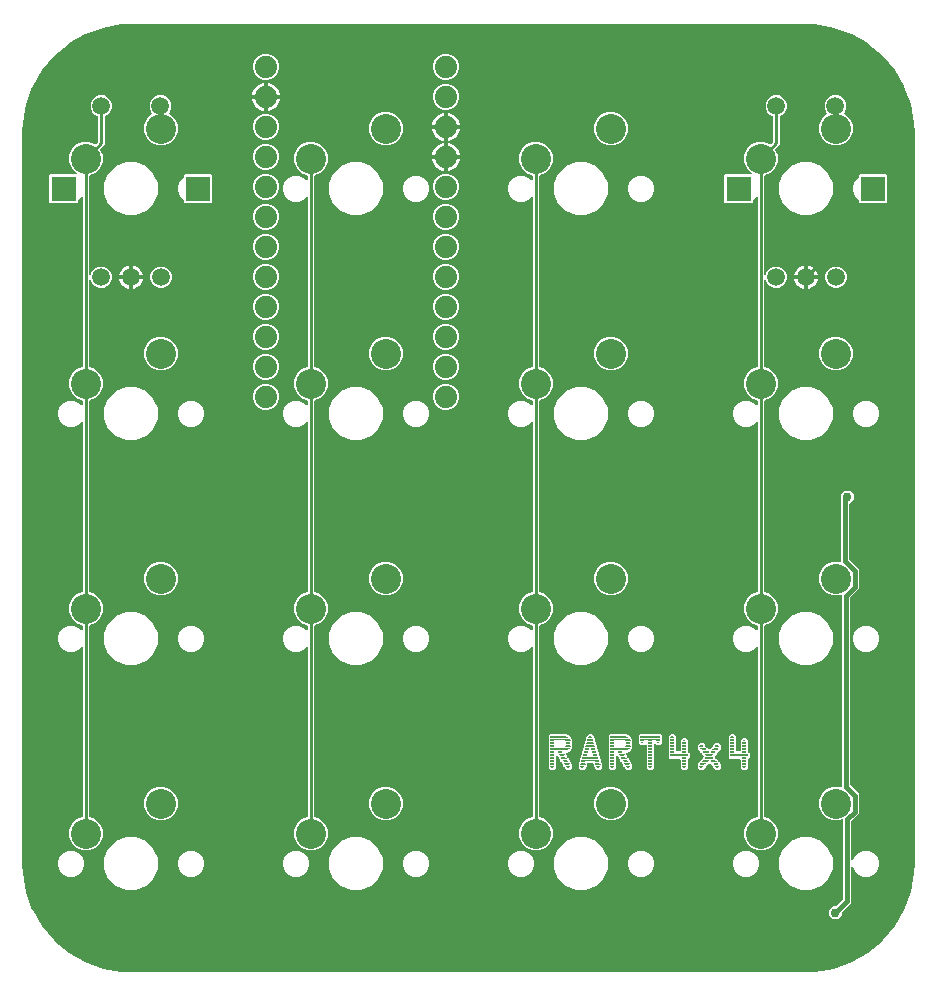
<source format=gbr>
G04 EAGLE Gerber RS-274X export*
G75*
%MOMM*%
%FSLAX34Y34*%
%LPD*%
%INTop Copper*%
%IPPOS*%
%AMOC8*
5,1,8,0,0,1.08239X$1,22.5*%
G01*
%ADD10R,0.167637X0.084581*%
%ADD11R,0.170181X0.084581*%
%ADD12R,0.340363X0.084581*%
%ADD13R,0.337819X0.084581*%
%ADD14R,0.340363X0.084838*%
%ADD15R,0.337819X0.084838*%
%ADD16R,0.424181X0.084838*%
%ADD17R,0.424181X0.084581*%
%ADD18R,0.421637X0.084581*%
%ADD19R,0.421637X0.084838*%
%ADD20R,1.524000X0.084581*%
%ADD21R,1.353819X0.084838*%
%ADD22R,0.845819X0.084838*%
%ADD23R,1.353819X0.084581*%
%ADD24R,0.678181X0.084581*%
%ADD25R,1.440181X0.084838*%
%ADD26R,0.508000X0.084838*%
%ADD27R,0.508000X0.084581*%
%ADD28R,1.356363X0.084838*%
%ADD29R,1.610363X0.084581*%
%ADD30R,1.610363X0.084838*%
%ADD31R,0.845819X0.084581*%
%ADD32R,0.254000X0.084581*%
%ADD33R,0.678181X0.084838*%
%ADD34R,1.694181X0.084581*%
%ADD35R,1.694181X0.084838*%
%ADD36R,1.356363X0.084581*%
%ADD37C,1.879600*%
%ADD38C,2.540000*%
%ADD39C,1.508000*%
%ADD40R,2.100000X2.100000*%
%ADD41C,0.254000*%
%ADD42C,0.756400*%
%ADD43C,0.406400*%

G36*
X762013Y98555D02*
X762013Y98555D01*
X762033Y98553D01*
X769981Y98900D01*
X770012Y98907D01*
X770080Y98911D01*
X785733Y101671D01*
X785762Y101682D01*
X785861Y101706D01*
X800797Y107142D01*
X800825Y107157D01*
X800917Y107198D01*
X814683Y115146D01*
X814707Y115165D01*
X814791Y115222D01*
X826968Y125439D01*
X826988Y125462D01*
X827061Y125532D01*
X837278Y137709D01*
X837294Y137735D01*
X837354Y137817D01*
X845302Y151582D01*
X845313Y151612D01*
X845358Y151703D01*
X850794Y166639D01*
X850800Y166670D01*
X850829Y166767D01*
X853589Y182420D01*
X853589Y182452D01*
X853600Y182519D01*
X853947Y190467D01*
X853945Y190480D01*
X853947Y190500D01*
X853947Y809625D01*
X853945Y809638D01*
X853947Y809658D01*
X853600Y817606D01*
X853593Y817637D01*
X853589Y817705D01*
X850829Y833358D01*
X850818Y833387D01*
X850794Y833486D01*
X845358Y848422D01*
X845343Y848450D01*
X845302Y848542D01*
X837354Y862308D01*
X837335Y862332D01*
X837278Y862416D01*
X827061Y874593D01*
X827038Y874613D01*
X826968Y874686D01*
X814791Y884903D01*
X814765Y884919D01*
X814683Y884979D01*
X800918Y892927D01*
X800888Y892938D01*
X800797Y892983D01*
X785861Y898419D01*
X785830Y898425D01*
X785733Y898454D01*
X770080Y901214D01*
X770048Y901214D01*
X769981Y901225D01*
X762033Y901572D01*
X762020Y901570D01*
X762000Y901572D01*
X190500Y901572D01*
X190487Y901570D01*
X190467Y901572D01*
X182519Y901225D01*
X182488Y901218D01*
X182420Y901214D01*
X166767Y898454D01*
X166738Y898443D01*
X166639Y898419D01*
X151703Y892983D01*
X151675Y892968D01*
X151583Y892927D01*
X137817Y884979D01*
X137793Y884960D01*
X137709Y884903D01*
X125532Y874686D01*
X125512Y874663D01*
X125439Y874593D01*
X115222Y862416D01*
X115206Y862390D01*
X115146Y862308D01*
X107198Y848542D01*
X107187Y848513D01*
X107142Y848422D01*
X101706Y833486D01*
X101700Y833457D01*
X101688Y833431D01*
X101685Y833404D01*
X101671Y833358D01*
X98911Y817705D01*
X98911Y817673D01*
X98900Y817606D01*
X98553Y809658D01*
X98555Y809645D01*
X98553Y809625D01*
X98553Y190500D01*
X98555Y190487D01*
X98553Y190467D01*
X98900Y182519D01*
X98907Y182488D01*
X98911Y182420D01*
X101671Y166767D01*
X101682Y166738D01*
X101706Y166639D01*
X107142Y151703D01*
X107157Y151675D01*
X107198Y151583D01*
X115146Y137817D01*
X115165Y137793D01*
X115222Y137709D01*
X125439Y125532D01*
X125462Y125512D01*
X125532Y125439D01*
X137709Y115222D01*
X137735Y115206D01*
X137817Y115146D01*
X151583Y107198D01*
X151612Y107187D01*
X151703Y107142D01*
X166639Y101706D01*
X166670Y101700D01*
X166767Y101671D01*
X182420Y98911D01*
X182452Y98911D01*
X182519Y98900D01*
X190467Y98553D01*
X190480Y98555D01*
X190500Y98553D01*
X762000Y98553D01*
X762013Y98555D01*
G37*
%LPC*%
G36*
X149571Y201675D02*
X149571Y201675D01*
X144342Y203841D01*
X140341Y207842D01*
X138175Y213071D01*
X138175Y218729D01*
X140341Y223958D01*
X144342Y227959D01*
X149135Y229944D01*
X149235Y230006D01*
X149335Y230066D01*
X149339Y230071D01*
X149344Y230074D01*
X149419Y230164D01*
X149495Y230253D01*
X149497Y230259D01*
X149501Y230264D01*
X149543Y230372D01*
X149587Y230481D01*
X149588Y230489D01*
X149589Y230493D01*
X149590Y230511D01*
X149605Y230648D01*
X149605Y373454D01*
X149594Y373524D01*
X149592Y373596D01*
X149574Y373645D01*
X149566Y373696D01*
X149532Y373760D01*
X149507Y373827D01*
X149475Y373868D01*
X149450Y373914D01*
X149398Y373963D01*
X149354Y374019D01*
X149310Y374047D01*
X149272Y374083D01*
X149207Y374113D01*
X149147Y374152D01*
X149096Y374165D01*
X149049Y374187D01*
X148978Y374195D01*
X148908Y374212D01*
X148856Y374208D01*
X148805Y374214D01*
X148734Y374198D01*
X148663Y374193D01*
X148615Y374173D01*
X148564Y374161D01*
X148503Y374125D01*
X148437Y374097D01*
X148381Y374052D01*
X148353Y374035D01*
X148338Y374018D01*
X148306Y373992D01*
X145954Y371640D01*
X141896Y369959D01*
X137504Y369959D01*
X133446Y371640D01*
X130340Y374746D01*
X128659Y378804D01*
X128659Y383196D01*
X130340Y387254D01*
X133446Y390360D01*
X137504Y392041D01*
X141896Y392041D01*
X145954Y390360D01*
X148306Y388008D01*
X148364Y387966D01*
X148416Y387917D01*
X148463Y387895D01*
X148505Y387865D01*
X148574Y387844D01*
X148639Y387813D01*
X148691Y387808D01*
X148741Y387792D01*
X148812Y387794D01*
X148883Y387786D01*
X148934Y387797D01*
X148986Y387799D01*
X149054Y387823D01*
X149124Y387839D01*
X149169Y387865D01*
X149217Y387883D01*
X149273Y387928D01*
X149335Y387965D01*
X149369Y388004D01*
X149409Y388037D01*
X149448Y388097D01*
X149495Y388152D01*
X149514Y388200D01*
X149542Y388244D01*
X149560Y388313D01*
X149587Y388380D01*
X149595Y388451D01*
X149603Y388482D01*
X149601Y388506D01*
X149605Y388546D01*
X149605Y391652D01*
X149603Y391665D01*
X149604Y391673D01*
X149594Y391719D01*
X149586Y391767D01*
X149569Y391883D01*
X149567Y391889D01*
X149566Y391895D01*
X149511Y391998D01*
X149458Y392102D01*
X149453Y392107D01*
X149450Y392112D01*
X149366Y392192D01*
X149282Y392275D01*
X149276Y392278D01*
X149272Y392282D01*
X149255Y392290D01*
X149135Y392356D01*
X144342Y394341D01*
X140341Y398342D01*
X138175Y403571D01*
X138175Y409229D01*
X140341Y414458D01*
X144342Y418459D01*
X149135Y420444D01*
X149235Y420506D01*
X149335Y420566D01*
X149339Y420571D01*
X149344Y420574D01*
X149419Y420664D01*
X149495Y420753D01*
X149497Y420759D01*
X149501Y420764D01*
X149543Y420872D01*
X149587Y420981D01*
X149588Y420989D01*
X149589Y420993D01*
X149590Y421011D01*
X149605Y421148D01*
X149605Y563954D01*
X149594Y564024D01*
X149592Y564096D01*
X149574Y564145D01*
X149566Y564196D01*
X149532Y564260D01*
X149507Y564327D01*
X149475Y564368D01*
X149450Y564414D01*
X149398Y564463D01*
X149354Y564519D01*
X149310Y564547D01*
X149272Y564583D01*
X149207Y564613D01*
X149147Y564652D01*
X149096Y564665D01*
X149049Y564687D01*
X148978Y564695D01*
X148908Y564712D01*
X148856Y564708D01*
X148805Y564714D01*
X148734Y564698D01*
X148663Y564693D01*
X148615Y564673D01*
X148564Y564661D01*
X148503Y564625D01*
X148437Y564597D01*
X148381Y564552D01*
X148353Y564535D01*
X148338Y564518D01*
X148306Y564492D01*
X145954Y562140D01*
X141896Y560459D01*
X137504Y560459D01*
X133446Y562140D01*
X130340Y565246D01*
X128659Y569304D01*
X128659Y573696D01*
X130340Y577754D01*
X133446Y580860D01*
X137504Y582541D01*
X141896Y582541D01*
X145954Y580860D01*
X148306Y578508D01*
X148364Y578466D01*
X148416Y578417D01*
X148463Y578395D01*
X148505Y578365D01*
X148574Y578344D01*
X148639Y578313D01*
X148691Y578308D01*
X148741Y578292D01*
X148812Y578294D01*
X148883Y578286D01*
X148934Y578297D01*
X148986Y578299D01*
X149054Y578323D01*
X149124Y578339D01*
X149169Y578365D01*
X149217Y578383D01*
X149273Y578428D01*
X149335Y578465D01*
X149369Y578504D01*
X149409Y578537D01*
X149448Y578597D01*
X149495Y578652D01*
X149514Y578700D01*
X149542Y578744D01*
X149560Y578813D01*
X149587Y578880D01*
X149595Y578951D01*
X149603Y578982D01*
X149601Y579006D01*
X149605Y579046D01*
X149605Y582152D01*
X149586Y582267D01*
X149569Y582383D01*
X149567Y582389D01*
X149566Y582395D01*
X149511Y582498D01*
X149458Y582602D01*
X149453Y582607D01*
X149450Y582612D01*
X149366Y582692D01*
X149282Y582775D01*
X149276Y582778D01*
X149272Y582782D01*
X149255Y582790D01*
X149135Y582856D01*
X144342Y584841D01*
X140341Y588842D01*
X138175Y594071D01*
X138175Y599729D01*
X140341Y604958D01*
X144342Y608959D01*
X149135Y610944D01*
X149235Y611006D01*
X149264Y611023D01*
X149274Y611029D01*
X149275Y611030D01*
X149335Y611066D01*
X149339Y611071D01*
X149344Y611074D01*
X149419Y611164D01*
X149495Y611253D01*
X149497Y611259D01*
X149501Y611264D01*
X149543Y611372D01*
X149587Y611481D01*
X149588Y611489D01*
X149589Y611493D01*
X149590Y611511D01*
X149605Y611648D01*
X149605Y754454D01*
X149594Y754524D01*
X149592Y754596D01*
X149574Y754645D01*
X149566Y754696D01*
X149532Y754760D01*
X149507Y754827D01*
X149475Y754868D01*
X149450Y754914D01*
X149398Y754963D01*
X149354Y755019D01*
X149310Y755047D01*
X149272Y755083D01*
X149207Y755113D01*
X149147Y755152D01*
X149096Y755165D01*
X149049Y755187D01*
X148978Y755195D01*
X148908Y755212D01*
X148856Y755208D01*
X148805Y755214D01*
X148734Y755198D01*
X148663Y755193D01*
X148615Y755173D01*
X148564Y755161D01*
X148503Y755125D01*
X148437Y755097D01*
X148381Y755052D01*
X148353Y755035D01*
X148338Y755018D01*
X148306Y754992D01*
X145932Y752618D01*
X145895Y752595D01*
X145795Y752535D01*
X145791Y752531D01*
X145786Y752527D01*
X145711Y752437D01*
X145635Y752349D01*
X145633Y752343D01*
X145629Y752338D01*
X145587Y752229D01*
X145543Y752120D01*
X145542Y752113D01*
X145541Y752108D01*
X145540Y752090D01*
X145525Y751954D01*
X145525Y750868D01*
X144632Y749975D01*
X122368Y749975D01*
X121475Y750868D01*
X121475Y773132D01*
X122368Y774025D01*
X143821Y774025D01*
X143891Y774036D01*
X143963Y774038D01*
X144012Y774056D01*
X144063Y774064D01*
X144127Y774098D01*
X144194Y774123D01*
X144235Y774155D01*
X144281Y774180D01*
X144330Y774232D01*
X144386Y774276D01*
X144414Y774320D01*
X144450Y774358D01*
X144480Y774423D01*
X144519Y774483D01*
X144532Y774534D01*
X144554Y774581D01*
X144562Y774652D01*
X144579Y774722D01*
X144575Y774774D01*
X144581Y774825D01*
X144566Y774896D01*
X144560Y774967D01*
X144540Y775015D01*
X144529Y775066D01*
X144492Y775127D01*
X144464Y775193D01*
X144419Y775249D01*
X144402Y775277D01*
X144385Y775292D01*
X144359Y775324D01*
X140341Y779342D01*
X138175Y784571D01*
X138175Y790229D01*
X140341Y795458D01*
X144342Y799459D01*
X149571Y801625D01*
X155229Y801625D01*
X160022Y799639D01*
X160136Y799613D01*
X160250Y799584D01*
X160256Y799585D01*
X160262Y799583D01*
X160379Y799594D01*
X160495Y799603D01*
X160501Y799606D01*
X160507Y799606D01*
X160614Y799654D01*
X160721Y799700D01*
X160727Y799704D01*
X160732Y799706D01*
X160745Y799719D01*
X160852Y799804D01*
X162482Y801435D01*
X162528Y801498D01*
X162548Y801520D01*
X162552Y801528D01*
X162595Y801578D01*
X162607Y801608D01*
X162626Y801634D01*
X162653Y801722D01*
X162687Y801806D01*
X162691Y801847D01*
X162698Y801869D01*
X162697Y801902D01*
X162705Y801973D01*
X162705Y822837D01*
X162686Y822952D01*
X162669Y823068D01*
X162667Y823074D01*
X162666Y823080D01*
X162611Y823183D01*
X162558Y823288D01*
X162553Y823292D01*
X162550Y823297D01*
X162466Y823377D01*
X162382Y823460D01*
X162376Y823463D01*
X162372Y823467D01*
X162355Y823475D01*
X162235Y823541D01*
X160365Y824315D01*
X157815Y826865D01*
X156435Y830197D01*
X156435Y833803D01*
X157815Y837135D01*
X160365Y839685D01*
X163697Y841065D01*
X167303Y841065D01*
X170635Y839685D01*
X173185Y837135D01*
X174565Y833803D01*
X174565Y830197D01*
X173185Y826865D01*
X170635Y824315D01*
X168765Y823541D01*
X168665Y823479D01*
X168565Y823419D01*
X168561Y823414D01*
X168556Y823411D01*
X168481Y823321D01*
X168405Y823232D01*
X168403Y823226D01*
X168399Y823222D01*
X168357Y823113D01*
X168313Y823004D01*
X168312Y822997D01*
X168311Y822992D01*
X168310Y822974D01*
X168295Y822837D01*
X168295Y799342D01*
X166435Y797482D01*
X164804Y795852D01*
X164737Y795758D01*
X164666Y795663D01*
X164665Y795657D01*
X164661Y795652D01*
X164627Y795541D01*
X164590Y795430D01*
X164590Y795423D01*
X164589Y795417D01*
X164592Y795301D01*
X164593Y795184D01*
X164595Y795176D01*
X164595Y795171D01*
X164601Y795154D01*
X164639Y795022D01*
X166625Y790229D01*
X166625Y784571D01*
X164459Y779342D01*
X160458Y775341D01*
X155665Y773356D01*
X155565Y773294D01*
X155465Y773234D01*
X155461Y773229D01*
X155456Y773226D01*
X155381Y773136D01*
X155305Y773047D01*
X155303Y773041D01*
X155299Y773036D01*
X155257Y772928D01*
X155213Y772819D01*
X155212Y772811D01*
X155211Y772807D01*
X155210Y772789D01*
X155195Y772652D01*
X155195Y689635D01*
X155210Y689539D01*
X155220Y689442D01*
X155230Y689418D01*
X155234Y689392D01*
X155280Y689306D01*
X155320Y689217D01*
X155337Y689198D01*
X155350Y689175D01*
X155420Y689108D01*
X155486Y689036D01*
X155509Y689024D01*
X155528Y689006D01*
X155616Y688965D01*
X155702Y688918D01*
X155727Y688913D01*
X155751Y688902D01*
X155848Y688891D01*
X155944Y688874D01*
X155970Y688878D01*
X155995Y688875D01*
X156091Y688896D01*
X156187Y688910D01*
X156210Y688922D01*
X156236Y688927D01*
X156319Y688977D01*
X156406Y689021D01*
X156425Y689040D01*
X156447Y689053D01*
X156510Y689127D01*
X156578Y689197D01*
X156594Y689226D01*
X156607Y689240D01*
X156619Y689271D01*
X156659Y689344D01*
X157815Y692135D01*
X160365Y694685D01*
X163697Y696065D01*
X167303Y696065D01*
X170635Y694685D01*
X173185Y692135D01*
X174565Y688803D01*
X174565Y685197D01*
X173185Y681865D01*
X170635Y679315D01*
X167303Y677935D01*
X163697Y677935D01*
X160365Y679315D01*
X157815Y681865D01*
X156659Y684656D01*
X156608Y684739D01*
X156562Y684825D01*
X156544Y684843D01*
X156530Y684865D01*
X156454Y684927D01*
X156384Y684994D01*
X156360Y685005D01*
X156340Y685022D01*
X156249Y685057D01*
X156161Y685098D01*
X156135Y685101D01*
X156111Y685110D01*
X156013Y685114D01*
X155917Y685125D01*
X155891Y685119D01*
X155865Y685121D01*
X155771Y685093D01*
X155676Y685073D01*
X155654Y685059D01*
X155629Y685052D01*
X155549Y684997D01*
X155465Y684947D01*
X155448Y684927D01*
X155427Y684912D01*
X155368Y684834D01*
X155305Y684760D01*
X155295Y684735D01*
X155280Y684714D01*
X155250Y684622D01*
X155213Y684532D01*
X155210Y684499D01*
X155204Y684481D01*
X155204Y684448D01*
X155195Y684365D01*
X155195Y611648D01*
X155214Y611533D01*
X155231Y611417D01*
X155233Y611411D01*
X155234Y611405D01*
X155289Y611302D01*
X155342Y611198D01*
X155347Y611193D01*
X155350Y611188D01*
X155434Y611108D01*
X155518Y611025D01*
X155524Y611022D01*
X155528Y611018D01*
X155545Y611010D01*
X155590Y610985D01*
X155591Y610984D01*
X155594Y610983D01*
X155665Y610944D01*
X160458Y608959D01*
X164459Y604958D01*
X166625Y599729D01*
X166625Y594071D01*
X164459Y588842D01*
X160458Y584841D01*
X155665Y582856D01*
X155565Y582794D01*
X155465Y582734D01*
X155461Y582729D01*
X155456Y582726D01*
X155381Y582636D01*
X155305Y582547D01*
X155303Y582541D01*
X155299Y582536D01*
X155257Y582428D01*
X155213Y582319D01*
X155212Y582311D01*
X155211Y582307D01*
X155210Y582289D01*
X155195Y582152D01*
X155195Y421148D01*
X155214Y421033D01*
X155231Y420917D01*
X155233Y420911D01*
X155234Y420905D01*
X155289Y420802D01*
X155342Y420698D01*
X155347Y420693D01*
X155350Y420688D01*
X155434Y420608D01*
X155518Y420525D01*
X155524Y420522D01*
X155528Y420518D01*
X155545Y420510D01*
X155665Y420444D01*
X160458Y418459D01*
X164459Y414458D01*
X166625Y409229D01*
X166625Y403571D01*
X164459Y398342D01*
X160458Y394341D01*
X155665Y392356D01*
X155565Y392294D01*
X155465Y392234D01*
X155461Y392229D01*
X155456Y392226D01*
X155381Y392136D01*
X155305Y392047D01*
X155303Y392041D01*
X155299Y392036D01*
X155257Y391928D01*
X155213Y391819D01*
X155212Y391811D01*
X155211Y391807D01*
X155210Y391789D01*
X155195Y391652D01*
X155195Y230648D01*
X155214Y230533D01*
X155231Y230417D01*
X155233Y230411D01*
X155234Y230405D01*
X155289Y230302D01*
X155342Y230198D01*
X155347Y230193D01*
X155350Y230188D01*
X155434Y230108D01*
X155518Y230025D01*
X155524Y230022D01*
X155528Y230018D01*
X155545Y230010D01*
X155665Y229944D01*
X160458Y227959D01*
X164459Y223958D01*
X166625Y218729D01*
X166625Y213071D01*
X164459Y207842D01*
X160458Y203841D01*
X155229Y201675D01*
X149571Y201675D01*
G37*
%LPD*%
%LPC*%
G36*
X721071Y201675D02*
X721071Y201675D01*
X715842Y203841D01*
X711841Y207842D01*
X709675Y213071D01*
X709675Y218729D01*
X711841Y223958D01*
X715842Y227959D01*
X720635Y229944D01*
X720735Y230006D01*
X720835Y230066D01*
X720839Y230071D01*
X720844Y230074D01*
X720919Y230164D01*
X720995Y230253D01*
X720997Y230259D01*
X721001Y230264D01*
X721043Y230372D01*
X721087Y230481D01*
X721088Y230489D01*
X721089Y230493D01*
X721090Y230511D01*
X721105Y230648D01*
X721105Y373454D01*
X721094Y373524D01*
X721092Y373596D01*
X721074Y373645D01*
X721066Y373696D01*
X721032Y373760D01*
X721007Y373827D01*
X720975Y373868D01*
X720950Y373914D01*
X720898Y373963D01*
X720854Y374019D01*
X720810Y374047D01*
X720772Y374083D01*
X720707Y374113D01*
X720647Y374152D01*
X720596Y374165D01*
X720549Y374187D01*
X720478Y374195D01*
X720408Y374212D01*
X720356Y374208D01*
X720305Y374214D01*
X720234Y374198D01*
X720163Y374193D01*
X720115Y374173D01*
X720064Y374161D01*
X720003Y374125D01*
X719937Y374097D01*
X719881Y374052D01*
X719853Y374035D01*
X719838Y374018D01*
X719806Y373992D01*
X717454Y371640D01*
X713396Y369959D01*
X709004Y369959D01*
X704946Y371640D01*
X701840Y374746D01*
X700159Y378804D01*
X700159Y383196D01*
X701840Y387254D01*
X704946Y390360D01*
X709004Y392041D01*
X713396Y392041D01*
X717454Y390360D01*
X719806Y388008D01*
X719864Y387966D01*
X719916Y387917D01*
X719963Y387895D01*
X720005Y387865D01*
X720074Y387844D01*
X720139Y387813D01*
X720191Y387808D01*
X720241Y387792D01*
X720312Y387794D01*
X720383Y387786D01*
X720434Y387797D01*
X720486Y387799D01*
X720554Y387823D01*
X720624Y387839D01*
X720669Y387865D01*
X720717Y387883D01*
X720773Y387928D01*
X720835Y387965D01*
X720869Y388004D01*
X720909Y388037D01*
X720948Y388097D01*
X720995Y388152D01*
X721014Y388200D01*
X721042Y388244D01*
X721060Y388313D01*
X721087Y388380D01*
X721095Y388451D01*
X721103Y388482D01*
X721101Y388506D01*
X721105Y388546D01*
X721105Y391652D01*
X721103Y391665D01*
X721104Y391673D01*
X721094Y391719D01*
X721086Y391767D01*
X721069Y391883D01*
X721067Y391889D01*
X721066Y391895D01*
X721011Y391998D01*
X720958Y392102D01*
X720953Y392107D01*
X720950Y392112D01*
X720866Y392192D01*
X720782Y392275D01*
X720776Y392278D01*
X720772Y392282D01*
X720755Y392290D01*
X720635Y392356D01*
X715842Y394341D01*
X711841Y398342D01*
X709675Y403571D01*
X709675Y409229D01*
X711841Y414458D01*
X715842Y418459D01*
X720635Y420444D01*
X720735Y420506D01*
X720835Y420566D01*
X720839Y420571D01*
X720844Y420574D01*
X720919Y420664D01*
X720995Y420753D01*
X720997Y420759D01*
X721001Y420764D01*
X721043Y420872D01*
X721087Y420981D01*
X721088Y420989D01*
X721089Y420993D01*
X721090Y421011D01*
X721105Y421148D01*
X721105Y563954D01*
X721094Y564024D01*
X721092Y564096D01*
X721074Y564145D01*
X721066Y564196D01*
X721032Y564260D01*
X721007Y564327D01*
X720975Y564368D01*
X720950Y564414D01*
X720898Y564463D01*
X720854Y564519D01*
X720810Y564547D01*
X720772Y564583D01*
X720707Y564613D01*
X720647Y564652D01*
X720596Y564665D01*
X720549Y564687D01*
X720478Y564695D01*
X720408Y564712D01*
X720356Y564708D01*
X720305Y564714D01*
X720234Y564698D01*
X720163Y564693D01*
X720115Y564673D01*
X720064Y564661D01*
X720003Y564625D01*
X719937Y564597D01*
X719881Y564552D01*
X719853Y564535D01*
X719838Y564518D01*
X719806Y564492D01*
X717454Y562140D01*
X713396Y560459D01*
X709004Y560459D01*
X704946Y562140D01*
X701840Y565246D01*
X700159Y569304D01*
X700159Y573696D01*
X701840Y577754D01*
X704946Y580860D01*
X709004Y582541D01*
X713396Y582541D01*
X717454Y580860D01*
X719806Y578508D01*
X719864Y578466D01*
X719916Y578417D01*
X719963Y578395D01*
X720005Y578365D01*
X720074Y578344D01*
X720139Y578313D01*
X720191Y578308D01*
X720241Y578292D01*
X720312Y578294D01*
X720383Y578286D01*
X720434Y578297D01*
X720486Y578299D01*
X720554Y578323D01*
X720624Y578339D01*
X720669Y578365D01*
X720717Y578383D01*
X720773Y578428D01*
X720835Y578465D01*
X720869Y578504D01*
X720909Y578537D01*
X720948Y578597D01*
X720995Y578652D01*
X721014Y578700D01*
X721042Y578744D01*
X721060Y578813D01*
X721087Y578880D01*
X721095Y578951D01*
X721103Y578982D01*
X721101Y579006D01*
X721105Y579046D01*
X721105Y582152D01*
X721086Y582267D01*
X721069Y582383D01*
X721067Y582389D01*
X721066Y582395D01*
X721011Y582498D01*
X720958Y582602D01*
X720953Y582607D01*
X720950Y582612D01*
X720866Y582692D01*
X720782Y582775D01*
X720776Y582778D01*
X720772Y582782D01*
X720755Y582790D01*
X720635Y582856D01*
X715842Y584841D01*
X711841Y588842D01*
X709675Y594071D01*
X709675Y599729D01*
X711841Y604958D01*
X715842Y608959D01*
X720635Y610944D01*
X720735Y611006D01*
X720764Y611023D01*
X720774Y611029D01*
X720775Y611030D01*
X720835Y611066D01*
X720839Y611071D01*
X720844Y611074D01*
X720919Y611164D01*
X720995Y611253D01*
X720997Y611259D01*
X721001Y611264D01*
X721043Y611372D01*
X721087Y611481D01*
X721088Y611489D01*
X721089Y611493D01*
X721090Y611511D01*
X721105Y611648D01*
X721105Y754454D01*
X721094Y754524D01*
X721092Y754596D01*
X721074Y754645D01*
X721066Y754696D01*
X721032Y754760D01*
X721007Y754827D01*
X720975Y754868D01*
X720950Y754914D01*
X720898Y754963D01*
X720854Y755019D01*
X720810Y755047D01*
X720772Y755083D01*
X720707Y755113D01*
X720647Y755152D01*
X720596Y755165D01*
X720549Y755187D01*
X720478Y755195D01*
X720408Y755212D01*
X720356Y755208D01*
X720305Y755214D01*
X720234Y755198D01*
X720163Y755193D01*
X720115Y755173D01*
X720064Y755161D01*
X720003Y755125D01*
X719937Y755097D01*
X719881Y755052D01*
X719853Y755035D01*
X719838Y755018D01*
X719806Y754992D01*
X717432Y752618D01*
X717395Y752595D01*
X717295Y752535D01*
X717291Y752531D01*
X717286Y752527D01*
X717211Y752437D01*
X717135Y752349D01*
X717133Y752343D01*
X717129Y752338D01*
X717087Y752229D01*
X717043Y752120D01*
X717042Y752113D01*
X717041Y752108D01*
X717040Y752090D01*
X717025Y751954D01*
X717025Y750868D01*
X716132Y749975D01*
X693868Y749975D01*
X692975Y750868D01*
X692975Y773132D01*
X693868Y774025D01*
X715321Y774025D01*
X715391Y774036D01*
X715463Y774038D01*
X715512Y774056D01*
X715563Y774064D01*
X715627Y774098D01*
X715694Y774123D01*
X715735Y774155D01*
X715781Y774180D01*
X715830Y774232D01*
X715886Y774276D01*
X715914Y774320D01*
X715950Y774358D01*
X715980Y774423D01*
X716019Y774483D01*
X716032Y774534D01*
X716054Y774581D01*
X716062Y774652D01*
X716079Y774722D01*
X716075Y774774D01*
X716081Y774825D01*
X716066Y774896D01*
X716060Y774967D01*
X716040Y775015D01*
X716029Y775066D01*
X715992Y775127D01*
X715964Y775193D01*
X715919Y775249D01*
X715902Y775277D01*
X715885Y775292D01*
X715859Y775324D01*
X711841Y779342D01*
X709675Y784571D01*
X709675Y790229D01*
X711841Y795458D01*
X715842Y799459D01*
X721071Y801625D01*
X726729Y801625D01*
X731522Y799639D01*
X731636Y799613D01*
X731750Y799584D01*
X731756Y799585D01*
X731762Y799583D01*
X731879Y799594D01*
X731995Y799603D01*
X732001Y799606D01*
X732007Y799606D01*
X732114Y799654D01*
X732221Y799700D01*
X732227Y799704D01*
X732232Y799706D01*
X732245Y799719D01*
X732352Y799804D01*
X733982Y801435D01*
X734028Y801498D01*
X734048Y801520D01*
X734052Y801528D01*
X734095Y801578D01*
X734107Y801608D01*
X734126Y801634D01*
X734153Y801722D01*
X734187Y801806D01*
X734191Y801847D01*
X734198Y801869D01*
X734197Y801902D01*
X734205Y801973D01*
X734205Y822837D01*
X734186Y822952D01*
X734169Y823068D01*
X734167Y823074D01*
X734166Y823080D01*
X734111Y823182D01*
X734058Y823288D01*
X734053Y823292D01*
X734050Y823298D01*
X733966Y823377D01*
X733882Y823460D01*
X733876Y823463D01*
X733872Y823467D01*
X733855Y823475D01*
X733735Y823541D01*
X731865Y824315D01*
X729315Y826865D01*
X727935Y830197D01*
X727935Y833803D01*
X729315Y837135D01*
X731865Y839685D01*
X735197Y841065D01*
X738803Y841065D01*
X742135Y839685D01*
X744685Y837135D01*
X746065Y833803D01*
X746065Y830197D01*
X744685Y826865D01*
X742135Y824315D01*
X740265Y823541D01*
X740165Y823479D01*
X740065Y823419D01*
X740061Y823414D01*
X740056Y823411D01*
X739981Y823321D01*
X739905Y823232D01*
X739903Y823226D01*
X739899Y823222D01*
X739857Y823113D01*
X739813Y823004D01*
X739812Y822997D01*
X739811Y822992D01*
X739810Y822974D01*
X739795Y822837D01*
X739795Y799342D01*
X737935Y797482D01*
X736304Y795852D01*
X736237Y795758D01*
X736166Y795663D01*
X736165Y795657D01*
X736161Y795652D01*
X736127Y795541D01*
X736090Y795430D01*
X736090Y795423D01*
X736089Y795417D01*
X736092Y795301D01*
X736093Y795184D01*
X736095Y795176D01*
X736095Y795171D01*
X736101Y795154D01*
X736139Y795022D01*
X738125Y790229D01*
X738125Y784571D01*
X735959Y779342D01*
X731958Y775341D01*
X727165Y773356D01*
X727065Y773294D01*
X726965Y773234D01*
X726961Y773229D01*
X726956Y773226D01*
X726881Y773136D01*
X726805Y773047D01*
X726803Y773041D01*
X726799Y773036D01*
X726757Y772928D01*
X726713Y772819D01*
X726712Y772811D01*
X726711Y772807D01*
X726710Y772789D01*
X726695Y772652D01*
X726695Y689635D01*
X726710Y689539D01*
X726720Y689442D01*
X726730Y689418D01*
X726734Y689392D01*
X726780Y689306D01*
X726820Y689217D01*
X726837Y689198D01*
X726850Y689175D01*
X726920Y689108D01*
X726986Y689036D01*
X727009Y689024D01*
X727028Y689006D01*
X727116Y688965D01*
X727202Y688918D01*
X727227Y688913D01*
X727251Y688902D01*
X727348Y688891D01*
X727444Y688874D01*
X727470Y688878D01*
X727495Y688875D01*
X727591Y688896D01*
X727687Y688910D01*
X727710Y688922D01*
X727736Y688927D01*
X727819Y688977D01*
X727906Y689021D01*
X727925Y689040D01*
X727947Y689053D01*
X728010Y689127D01*
X728078Y689197D01*
X728094Y689226D01*
X728107Y689240D01*
X728119Y689271D01*
X728159Y689344D01*
X729315Y692135D01*
X731865Y694685D01*
X735197Y696065D01*
X738803Y696065D01*
X742135Y694685D01*
X744685Y692135D01*
X746065Y688803D01*
X746065Y685197D01*
X744685Y681865D01*
X742135Y679315D01*
X738803Y677935D01*
X735197Y677935D01*
X731865Y679315D01*
X729315Y681865D01*
X728159Y684656D01*
X728108Y684739D01*
X728062Y684825D01*
X728044Y684843D01*
X728030Y684865D01*
X727954Y684927D01*
X727884Y684994D01*
X727860Y685005D01*
X727840Y685022D01*
X727749Y685057D01*
X727661Y685098D01*
X727635Y685101D01*
X727611Y685110D01*
X727513Y685114D01*
X727417Y685125D01*
X727391Y685119D01*
X727365Y685121D01*
X727271Y685093D01*
X727176Y685073D01*
X727154Y685059D01*
X727129Y685052D01*
X727049Y684997D01*
X726965Y684947D01*
X726948Y684927D01*
X726927Y684912D01*
X726868Y684834D01*
X726805Y684760D01*
X726795Y684735D01*
X726780Y684714D01*
X726750Y684622D01*
X726713Y684532D01*
X726710Y684499D01*
X726704Y684481D01*
X726704Y684448D01*
X726695Y684365D01*
X726695Y611648D01*
X726714Y611533D01*
X726731Y611417D01*
X726733Y611411D01*
X726734Y611405D01*
X726789Y611302D01*
X726842Y611198D01*
X726847Y611193D01*
X726850Y611188D01*
X726934Y611108D01*
X727018Y611025D01*
X727024Y611022D01*
X727028Y611018D01*
X727045Y611010D01*
X727090Y610985D01*
X727091Y610984D01*
X727094Y610983D01*
X727165Y610944D01*
X731958Y608959D01*
X735959Y604958D01*
X738125Y599729D01*
X738125Y594071D01*
X735959Y588842D01*
X731958Y584841D01*
X727165Y582856D01*
X727065Y582794D01*
X726965Y582734D01*
X726961Y582729D01*
X726956Y582726D01*
X726881Y582636D01*
X726805Y582547D01*
X726803Y582541D01*
X726799Y582536D01*
X726757Y582428D01*
X726713Y582319D01*
X726712Y582311D01*
X726711Y582307D01*
X726710Y582289D01*
X726695Y582152D01*
X726695Y421148D01*
X726714Y421033D01*
X726731Y420917D01*
X726733Y420911D01*
X726734Y420905D01*
X726789Y420802D01*
X726842Y420698D01*
X726847Y420693D01*
X726850Y420688D01*
X726934Y420608D01*
X727018Y420525D01*
X727024Y420522D01*
X727028Y420518D01*
X727045Y420510D01*
X727165Y420444D01*
X731958Y418459D01*
X735959Y414458D01*
X738125Y409229D01*
X738125Y403571D01*
X735959Y398342D01*
X731958Y394341D01*
X727165Y392356D01*
X727065Y392294D01*
X726965Y392234D01*
X726961Y392229D01*
X726956Y392226D01*
X726881Y392136D01*
X726805Y392047D01*
X726803Y392041D01*
X726799Y392036D01*
X726757Y391928D01*
X726713Y391819D01*
X726712Y391811D01*
X726711Y391807D01*
X726710Y391789D01*
X726695Y391652D01*
X726695Y230648D01*
X726714Y230533D01*
X726731Y230417D01*
X726733Y230411D01*
X726734Y230405D01*
X726789Y230302D01*
X726842Y230198D01*
X726847Y230193D01*
X726850Y230188D01*
X726934Y230108D01*
X727018Y230025D01*
X727024Y230022D01*
X727028Y230018D01*
X727045Y230010D01*
X727165Y229944D01*
X731958Y227959D01*
X735959Y223958D01*
X738125Y218729D01*
X738125Y213071D01*
X735959Y207842D01*
X731958Y203841D01*
X726729Y201675D01*
X721071Y201675D01*
G37*
%LPD*%
%LPC*%
G36*
X530571Y201675D02*
X530571Y201675D01*
X525342Y203841D01*
X521341Y207842D01*
X519175Y213071D01*
X519175Y218729D01*
X521341Y223958D01*
X525342Y227959D01*
X530135Y229944D01*
X530235Y230006D01*
X530335Y230066D01*
X530339Y230071D01*
X530344Y230074D01*
X530419Y230164D01*
X530495Y230253D01*
X530497Y230259D01*
X530501Y230264D01*
X530543Y230372D01*
X530587Y230481D01*
X530588Y230489D01*
X530589Y230493D01*
X530590Y230511D01*
X530605Y230648D01*
X530605Y373454D01*
X530594Y373524D01*
X530592Y373596D01*
X530574Y373645D01*
X530566Y373696D01*
X530532Y373760D01*
X530507Y373827D01*
X530475Y373868D01*
X530450Y373914D01*
X530398Y373963D01*
X530354Y374019D01*
X530310Y374047D01*
X530272Y374083D01*
X530207Y374113D01*
X530147Y374152D01*
X530096Y374165D01*
X530049Y374187D01*
X529978Y374195D01*
X529908Y374212D01*
X529856Y374208D01*
X529805Y374214D01*
X529734Y374198D01*
X529663Y374193D01*
X529615Y374173D01*
X529564Y374161D01*
X529503Y374125D01*
X529437Y374097D01*
X529381Y374052D01*
X529353Y374035D01*
X529338Y374018D01*
X529306Y373992D01*
X526954Y371640D01*
X522896Y369959D01*
X518504Y369959D01*
X514446Y371640D01*
X511340Y374746D01*
X509659Y378804D01*
X509659Y383196D01*
X511340Y387254D01*
X514446Y390360D01*
X518504Y392041D01*
X522896Y392041D01*
X526954Y390360D01*
X529306Y388008D01*
X529364Y387966D01*
X529416Y387917D01*
X529463Y387895D01*
X529505Y387865D01*
X529574Y387844D01*
X529639Y387813D01*
X529691Y387808D01*
X529741Y387792D01*
X529812Y387794D01*
X529883Y387786D01*
X529934Y387797D01*
X529986Y387799D01*
X530054Y387823D01*
X530124Y387839D01*
X530169Y387865D01*
X530217Y387883D01*
X530273Y387928D01*
X530335Y387965D01*
X530369Y388004D01*
X530409Y388037D01*
X530448Y388097D01*
X530495Y388152D01*
X530514Y388200D01*
X530542Y388244D01*
X530560Y388313D01*
X530587Y388380D01*
X530595Y388451D01*
X530603Y388482D01*
X530601Y388506D01*
X530605Y388546D01*
X530605Y391652D01*
X530603Y391665D01*
X530604Y391673D01*
X530594Y391719D01*
X530586Y391767D01*
X530569Y391883D01*
X530567Y391889D01*
X530566Y391895D01*
X530511Y391998D01*
X530458Y392102D01*
X530453Y392107D01*
X530450Y392112D01*
X530366Y392192D01*
X530282Y392275D01*
X530276Y392278D01*
X530272Y392282D01*
X530255Y392290D01*
X530135Y392356D01*
X525342Y394341D01*
X521341Y398342D01*
X519175Y403571D01*
X519175Y409229D01*
X521341Y414458D01*
X525342Y418459D01*
X530135Y420444D01*
X530235Y420506D01*
X530335Y420566D01*
X530339Y420571D01*
X530344Y420574D01*
X530419Y420664D01*
X530495Y420753D01*
X530497Y420759D01*
X530501Y420764D01*
X530543Y420872D01*
X530587Y420981D01*
X530588Y420989D01*
X530589Y420993D01*
X530590Y421011D01*
X530605Y421148D01*
X530605Y563954D01*
X530594Y564024D01*
X530592Y564096D01*
X530574Y564145D01*
X530566Y564196D01*
X530532Y564260D01*
X530507Y564327D01*
X530475Y564368D01*
X530450Y564414D01*
X530398Y564463D01*
X530354Y564519D01*
X530310Y564547D01*
X530272Y564583D01*
X530207Y564613D01*
X530147Y564652D01*
X530096Y564665D01*
X530049Y564687D01*
X529978Y564695D01*
X529908Y564712D01*
X529856Y564708D01*
X529805Y564714D01*
X529734Y564698D01*
X529663Y564693D01*
X529615Y564673D01*
X529564Y564661D01*
X529503Y564625D01*
X529437Y564597D01*
X529381Y564552D01*
X529353Y564535D01*
X529338Y564518D01*
X529306Y564492D01*
X526954Y562140D01*
X522896Y560459D01*
X518504Y560459D01*
X514446Y562140D01*
X511340Y565246D01*
X509659Y569304D01*
X509659Y573696D01*
X511340Y577754D01*
X514446Y580860D01*
X518504Y582541D01*
X522896Y582541D01*
X526954Y580860D01*
X529306Y578508D01*
X529364Y578466D01*
X529416Y578417D01*
X529463Y578395D01*
X529505Y578365D01*
X529574Y578344D01*
X529639Y578313D01*
X529691Y578308D01*
X529741Y578292D01*
X529812Y578294D01*
X529883Y578286D01*
X529934Y578297D01*
X529986Y578299D01*
X530054Y578323D01*
X530124Y578339D01*
X530169Y578365D01*
X530217Y578383D01*
X530273Y578428D01*
X530335Y578465D01*
X530369Y578504D01*
X530409Y578537D01*
X530448Y578597D01*
X530495Y578652D01*
X530514Y578700D01*
X530542Y578744D01*
X530560Y578813D01*
X530587Y578880D01*
X530595Y578951D01*
X530603Y578982D01*
X530601Y579006D01*
X530605Y579046D01*
X530605Y582152D01*
X530586Y582267D01*
X530569Y582383D01*
X530567Y582389D01*
X530566Y582395D01*
X530511Y582498D01*
X530458Y582602D01*
X530453Y582607D01*
X530450Y582612D01*
X530366Y582692D01*
X530282Y582775D01*
X530276Y582778D01*
X530272Y582782D01*
X530255Y582790D01*
X530135Y582856D01*
X525342Y584841D01*
X521341Y588842D01*
X519175Y594071D01*
X519175Y599729D01*
X521341Y604958D01*
X525342Y608959D01*
X530135Y610944D01*
X530235Y611006D01*
X530264Y611023D01*
X530274Y611029D01*
X530275Y611030D01*
X530335Y611066D01*
X530339Y611071D01*
X530344Y611074D01*
X530419Y611164D01*
X530495Y611253D01*
X530497Y611259D01*
X530501Y611264D01*
X530543Y611372D01*
X530587Y611481D01*
X530588Y611489D01*
X530589Y611493D01*
X530590Y611511D01*
X530605Y611648D01*
X530605Y754454D01*
X530594Y754524D01*
X530592Y754596D01*
X530574Y754645D01*
X530566Y754696D01*
X530532Y754760D01*
X530507Y754827D01*
X530475Y754868D01*
X530450Y754914D01*
X530398Y754963D01*
X530354Y755019D01*
X530310Y755047D01*
X530272Y755083D01*
X530207Y755113D01*
X530147Y755152D01*
X530096Y755165D01*
X530049Y755187D01*
X529978Y755195D01*
X529908Y755212D01*
X529856Y755208D01*
X529805Y755214D01*
X529734Y755198D01*
X529663Y755193D01*
X529615Y755173D01*
X529564Y755161D01*
X529503Y755125D01*
X529437Y755097D01*
X529381Y755052D01*
X529353Y755035D01*
X529338Y755018D01*
X529306Y754992D01*
X526954Y752640D01*
X522896Y750959D01*
X518504Y750959D01*
X514446Y752640D01*
X511340Y755746D01*
X509659Y759804D01*
X509659Y764196D01*
X511340Y768254D01*
X514446Y771360D01*
X518504Y773041D01*
X522896Y773041D01*
X526954Y771360D01*
X529306Y769008D01*
X529364Y768966D01*
X529416Y768917D01*
X529463Y768895D01*
X529505Y768865D01*
X529574Y768844D01*
X529639Y768813D01*
X529691Y768808D01*
X529741Y768792D01*
X529812Y768794D01*
X529883Y768786D01*
X529934Y768797D01*
X529986Y768799D01*
X530054Y768823D01*
X530124Y768839D01*
X530169Y768865D01*
X530217Y768883D01*
X530273Y768928D01*
X530335Y768965D01*
X530369Y769004D01*
X530409Y769037D01*
X530448Y769097D01*
X530495Y769152D01*
X530514Y769200D01*
X530542Y769244D01*
X530560Y769313D01*
X530587Y769380D01*
X530595Y769451D01*
X530603Y769482D01*
X530601Y769506D01*
X530605Y769546D01*
X530605Y772652D01*
X530586Y772767D01*
X530569Y772883D01*
X530567Y772889D01*
X530566Y772895D01*
X530511Y772998D01*
X530458Y773102D01*
X530453Y773107D01*
X530450Y773112D01*
X530366Y773192D01*
X530282Y773275D01*
X530276Y773278D01*
X530272Y773282D01*
X530255Y773290D01*
X530135Y773356D01*
X525342Y775341D01*
X521341Y779342D01*
X519175Y784571D01*
X519175Y790229D01*
X521341Y795458D01*
X525342Y799459D01*
X530571Y801625D01*
X536229Y801625D01*
X541458Y799459D01*
X545459Y795458D01*
X547625Y790229D01*
X547625Y784571D01*
X545459Y779342D01*
X541458Y775341D01*
X536665Y773356D01*
X536565Y773294D01*
X536465Y773234D01*
X536461Y773229D01*
X536456Y773226D01*
X536381Y773136D01*
X536305Y773047D01*
X536303Y773041D01*
X536299Y773036D01*
X536257Y772928D01*
X536213Y772819D01*
X536212Y772811D01*
X536211Y772807D01*
X536210Y772789D01*
X536195Y772652D01*
X536195Y611648D01*
X536214Y611533D01*
X536231Y611417D01*
X536233Y611411D01*
X536234Y611405D01*
X536289Y611302D01*
X536342Y611198D01*
X536347Y611193D01*
X536350Y611188D01*
X536434Y611108D01*
X536518Y611025D01*
X536524Y611022D01*
X536528Y611018D01*
X536545Y611010D01*
X536590Y610985D01*
X536591Y610984D01*
X536594Y610983D01*
X536665Y610944D01*
X541458Y608959D01*
X545459Y604958D01*
X547625Y599729D01*
X547625Y594071D01*
X545459Y588842D01*
X541458Y584841D01*
X536665Y582856D01*
X536565Y582794D01*
X536465Y582734D01*
X536461Y582729D01*
X536456Y582726D01*
X536381Y582636D01*
X536305Y582547D01*
X536303Y582541D01*
X536299Y582536D01*
X536257Y582428D01*
X536213Y582319D01*
X536212Y582311D01*
X536211Y582307D01*
X536210Y582289D01*
X536195Y582152D01*
X536195Y421148D01*
X536214Y421033D01*
X536231Y420917D01*
X536233Y420911D01*
X536234Y420905D01*
X536289Y420802D01*
X536342Y420698D01*
X536347Y420693D01*
X536350Y420688D01*
X536434Y420608D01*
X536518Y420525D01*
X536524Y420522D01*
X536528Y420518D01*
X536545Y420510D01*
X536665Y420444D01*
X541458Y418459D01*
X545459Y414458D01*
X547625Y409229D01*
X547625Y403571D01*
X545459Y398342D01*
X541458Y394341D01*
X536665Y392356D01*
X536565Y392294D01*
X536465Y392234D01*
X536461Y392229D01*
X536456Y392226D01*
X536381Y392136D01*
X536305Y392047D01*
X536303Y392041D01*
X536299Y392036D01*
X536257Y391928D01*
X536213Y391819D01*
X536212Y391811D01*
X536211Y391807D01*
X536210Y391789D01*
X536195Y391652D01*
X536195Y230648D01*
X536214Y230533D01*
X536231Y230417D01*
X536233Y230411D01*
X536234Y230405D01*
X536289Y230302D01*
X536342Y230198D01*
X536347Y230193D01*
X536350Y230188D01*
X536434Y230108D01*
X536518Y230025D01*
X536524Y230022D01*
X536528Y230018D01*
X536545Y230010D01*
X536665Y229944D01*
X541458Y227959D01*
X545459Y223958D01*
X547625Y218729D01*
X547625Y213071D01*
X545459Y207842D01*
X541458Y203841D01*
X536229Y201675D01*
X530571Y201675D01*
G37*
%LPD*%
%LPC*%
G36*
X340071Y201675D02*
X340071Y201675D01*
X334842Y203841D01*
X330841Y207842D01*
X328675Y213071D01*
X328675Y218729D01*
X330841Y223958D01*
X334842Y227959D01*
X339635Y229944D01*
X339735Y230006D01*
X339835Y230066D01*
X339839Y230071D01*
X339844Y230074D01*
X339919Y230164D01*
X339995Y230253D01*
X339997Y230259D01*
X340001Y230264D01*
X340043Y230372D01*
X340087Y230481D01*
X340088Y230489D01*
X340089Y230493D01*
X340090Y230511D01*
X340105Y230648D01*
X340105Y373454D01*
X340094Y373524D01*
X340092Y373596D01*
X340074Y373645D01*
X340066Y373696D01*
X340032Y373760D01*
X340007Y373827D01*
X339975Y373868D01*
X339950Y373914D01*
X339898Y373963D01*
X339854Y374019D01*
X339810Y374047D01*
X339772Y374083D01*
X339707Y374113D01*
X339647Y374152D01*
X339596Y374165D01*
X339549Y374187D01*
X339478Y374195D01*
X339408Y374212D01*
X339356Y374208D01*
X339305Y374214D01*
X339234Y374198D01*
X339163Y374193D01*
X339115Y374173D01*
X339064Y374161D01*
X339003Y374125D01*
X338937Y374097D01*
X338881Y374052D01*
X338853Y374035D01*
X338838Y374018D01*
X338806Y373992D01*
X336454Y371640D01*
X332396Y369959D01*
X328004Y369959D01*
X323946Y371640D01*
X320840Y374746D01*
X319159Y378804D01*
X319159Y383196D01*
X320840Y387254D01*
X323946Y390360D01*
X328004Y392041D01*
X332396Y392041D01*
X336454Y390360D01*
X338806Y388008D01*
X338864Y387966D01*
X338916Y387917D01*
X338963Y387895D01*
X339005Y387865D01*
X339074Y387844D01*
X339139Y387813D01*
X339191Y387808D01*
X339241Y387792D01*
X339312Y387794D01*
X339383Y387786D01*
X339434Y387797D01*
X339486Y387799D01*
X339554Y387823D01*
X339624Y387839D01*
X339669Y387865D01*
X339717Y387883D01*
X339773Y387928D01*
X339835Y387965D01*
X339869Y388004D01*
X339909Y388037D01*
X339948Y388097D01*
X339995Y388152D01*
X340014Y388200D01*
X340042Y388244D01*
X340060Y388313D01*
X340087Y388380D01*
X340095Y388451D01*
X340103Y388482D01*
X340101Y388506D01*
X340105Y388546D01*
X340105Y391652D01*
X340103Y391665D01*
X340104Y391673D01*
X340094Y391719D01*
X340086Y391767D01*
X340069Y391883D01*
X340067Y391889D01*
X340066Y391895D01*
X340011Y391998D01*
X339958Y392102D01*
X339953Y392107D01*
X339950Y392112D01*
X339866Y392192D01*
X339782Y392275D01*
X339776Y392278D01*
X339772Y392282D01*
X339755Y392290D01*
X339635Y392356D01*
X334842Y394341D01*
X330841Y398342D01*
X328675Y403571D01*
X328675Y409229D01*
X330841Y414458D01*
X334842Y418459D01*
X339635Y420444D01*
X339735Y420506D01*
X339835Y420566D01*
X339839Y420571D01*
X339844Y420574D01*
X339919Y420664D01*
X339995Y420753D01*
X339997Y420759D01*
X340001Y420764D01*
X340043Y420872D01*
X340087Y420981D01*
X340088Y420989D01*
X340089Y420993D01*
X340090Y421011D01*
X340105Y421148D01*
X340105Y563954D01*
X340094Y564024D01*
X340092Y564096D01*
X340074Y564145D01*
X340066Y564196D01*
X340032Y564260D01*
X340007Y564327D01*
X339975Y564368D01*
X339950Y564414D01*
X339898Y564463D01*
X339854Y564519D01*
X339810Y564547D01*
X339772Y564583D01*
X339707Y564613D01*
X339647Y564652D01*
X339596Y564665D01*
X339549Y564687D01*
X339478Y564695D01*
X339408Y564712D01*
X339356Y564708D01*
X339305Y564714D01*
X339234Y564698D01*
X339163Y564693D01*
X339115Y564673D01*
X339064Y564661D01*
X339003Y564625D01*
X338937Y564597D01*
X338881Y564552D01*
X338853Y564535D01*
X338838Y564518D01*
X338806Y564492D01*
X336454Y562140D01*
X332396Y560459D01*
X328004Y560459D01*
X323946Y562140D01*
X320840Y565246D01*
X319159Y569304D01*
X319159Y573696D01*
X320840Y577754D01*
X323946Y580860D01*
X328004Y582541D01*
X332396Y582541D01*
X336454Y580860D01*
X338806Y578508D01*
X338864Y578466D01*
X338916Y578417D01*
X338963Y578395D01*
X339005Y578365D01*
X339074Y578344D01*
X339139Y578313D01*
X339191Y578308D01*
X339241Y578292D01*
X339312Y578294D01*
X339383Y578286D01*
X339434Y578297D01*
X339486Y578299D01*
X339554Y578323D01*
X339624Y578339D01*
X339669Y578365D01*
X339717Y578383D01*
X339773Y578428D01*
X339835Y578465D01*
X339869Y578504D01*
X339909Y578537D01*
X339948Y578597D01*
X339995Y578652D01*
X340014Y578700D01*
X340042Y578744D01*
X340060Y578813D01*
X340087Y578880D01*
X340095Y578951D01*
X340103Y578982D01*
X340101Y579006D01*
X340105Y579046D01*
X340105Y582152D01*
X340086Y582267D01*
X340069Y582383D01*
X340067Y582389D01*
X340066Y582395D01*
X340011Y582498D01*
X339958Y582602D01*
X339953Y582607D01*
X339950Y582612D01*
X339866Y582692D01*
X339782Y582775D01*
X339776Y582778D01*
X339772Y582782D01*
X339755Y582790D01*
X339635Y582856D01*
X334842Y584841D01*
X330841Y588842D01*
X328675Y594071D01*
X328675Y599729D01*
X330841Y604958D01*
X334842Y608959D01*
X339635Y610944D01*
X339735Y611006D01*
X339764Y611023D01*
X339774Y611029D01*
X339775Y611030D01*
X339835Y611066D01*
X339839Y611071D01*
X339844Y611074D01*
X339919Y611164D01*
X339995Y611253D01*
X339997Y611259D01*
X340001Y611264D01*
X340043Y611372D01*
X340087Y611481D01*
X340088Y611489D01*
X340089Y611493D01*
X340090Y611511D01*
X340105Y611648D01*
X340105Y754454D01*
X340094Y754524D01*
X340092Y754596D01*
X340074Y754645D01*
X340066Y754696D01*
X340032Y754760D01*
X340007Y754827D01*
X339975Y754868D01*
X339950Y754914D01*
X339898Y754963D01*
X339854Y755019D01*
X339810Y755047D01*
X339772Y755083D01*
X339707Y755113D01*
X339647Y755152D01*
X339596Y755165D01*
X339549Y755187D01*
X339478Y755195D01*
X339408Y755212D01*
X339356Y755208D01*
X339305Y755214D01*
X339234Y755198D01*
X339163Y755193D01*
X339115Y755173D01*
X339064Y755161D01*
X339003Y755125D01*
X338937Y755097D01*
X338881Y755052D01*
X338853Y755035D01*
X338838Y755018D01*
X338806Y754992D01*
X336454Y752640D01*
X332396Y750959D01*
X328004Y750959D01*
X323946Y752640D01*
X320840Y755746D01*
X319159Y759804D01*
X319159Y764196D01*
X320840Y768254D01*
X323946Y771360D01*
X328004Y773041D01*
X332396Y773041D01*
X336454Y771360D01*
X338806Y769008D01*
X338864Y768966D01*
X338916Y768917D01*
X338963Y768895D01*
X339005Y768865D01*
X339074Y768844D01*
X339139Y768813D01*
X339191Y768808D01*
X339241Y768792D01*
X339312Y768794D01*
X339383Y768786D01*
X339434Y768797D01*
X339486Y768799D01*
X339554Y768823D01*
X339624Y768839D01*
X339669Y768865D01*
X339717Y768883D01*
X339773Y768928D01*
X339835Y768965D01*
X339869Y769004D01*
X339909Y769037D01*
X339948Y769097D01*
X339995Y769152D01*
X340014Y769200D01*
X340042Y769244D01*
X340060Y769313D01*
X340087Y769380D01*
X340095Y769451D01*
X340103Y769482D01*
X340101Y769506D01*
X340105Y769546D01*
X340105Y772652D01*
X340086Y772767D01*
X340069Y772883D01*
X340067Y772889D01*
X340066Y772895D01*
X340011Y772998D01*
X339958Y773102D01*
X339953Y773107D01*
X339950Y773112D01*
X339866Y773192D01*
X339782Y773275D01*
X339776Y773278D01*
X339772Y773282D01*
X339755Y773290D01*
X339635Y773356D01*
X334842Y775341D01*
X330841Y779342D01*
X328675Y784571D01*
X328675Y790229D01*
X330841Y795458D01*
X334842Y799459D01*
X340071Y801625D01*
X345729Y801625D01*
X350958Y799459D01*
X354959Y795458D01*
X357125Y790229D01*
X357125Y784571D01*
X354959Y779342D01*
X350958Y775341D01*
X346165Y773356D01*
X346065Y773294D01*
X345965Y773234D01*
X345961Y773229D01*
X345956Y773226D01*
X345881Y773136D01*
X345805Y773047D01*
X345803Y773041D01*
X345799Y773036D01*
X345757Y772928D01*
X345713Y772819D01*
X345712Y772811D01*
X345711Y772807D01*
X345710Y772789D01*
X345695Y772652D01*
X345695Y611648D01*
X345714Y611533D01*
X345731Y611417D01*
X345733Y611411D01*
X345734Y611405D01*
X345789Y611302D01*
X345842Y611198D01*
X345847Y611193D01*
X345850Y611188D01*
X345934Y611108D01*
X346018Y611025D01*
X346024Y611022D01*
X346028Y611018D01*
X346045Y611010D01*
X346090Y610985D01*
X346091Y610984D01*
X346094Y610983D01*
X346165Y610944D01*
X350958Y608959D01*
X354959Y604958D01*
X357125Y599729D01*
X357125Y594071D01*
X354959Y588842D01*
X350958Y584841D01*
X346165Y582856D01*
X346065Y582794D01*
X345965Y582734D01*
X345961Y582729D01*
X345956Y582726D01*
X345881Y582636D01*
X345805Y582547D01*
X345803Y582541D01*
X345799Y582536D01*
X345757Y582428D01*
X345713Y582319D01*
X345712Y582311D01*
X345711Y582307D01*
X345710Y582289D01*
X345695Y582152D01*
X345695Y421148D01*
X345714Y421033D01*
X345731Y420917D01*
X345733Y420911D01*
X345734Y420905D01*
X345789Y420802D01*
X345842Y420698D01*
X345847Y420693D01*
X345850Y420688D01*
X345934Y420608D01*
X346018Y420525D01*
X346024Y420522D01*
X346028Y420518D01*
X346045Y420510D01*
X346165Y420444D01*
X350958Y418459D01*
X354959Y414458D01*
X357125Y409229D01*
X357125Y403571D01*
X354959Y398342D01*
X350958Y394341D01*
X346165Y392356D01*
X346065Y392294D01*
X345965Y392234D01*
X345961Y392229D01*
X345956Y392226D01*
X345881Y392136D01*
X345805Y392047D01*
X345803Y392041D01*
X345799Y392036D01*
X345757Y391928D01*
X345713Y391819D01*
X345712Y391811D01*
X345711Y391807D01*
X345710Y391789D01*
X345695Y391652D01*
X345695Y230648D01*
X345714Y230533D01*
X345731Y230417D01*
X345733Y230411D01*
X345734Y230405D01*
X345789Y230302D01*
X345842Y230198D01*
X345847Y230193D01*
X345850Y230188D01*
X345934Y230108D01*
X346018Y230025D01*
X346024Y230022D01*
X346028Y230018D01*
X346045Y230010D01*
X346165Y229944D01*
X350958Y227959D01*
X354959Y223958D01*
X357125Y218729D01*
X357125Y213071D01*
X354959Y207842D01*
X350958Y203841D01*
X345729Y201675D01*
X340071Y201675D01*
G37*
%LPD*%
%LPC*%
G36*
X784802Y143693D02*
X784802Y143693D01*
X781693Y146802D01*
X781693Y151198D01*
X784802Y154307D01*
X786961Y154307D01*
X787052Y154321D01*
X787142Y154329D01*
X787172Y154341D01*
X787204Y154346D01*
X787285Y154389D01*
X787369Y154425D01*
X787401Y154451D01*
X787422Y154462D01*
X787444Y154485D01*
X787500Y154530D01*
X793220Y160250D01*
X793273Y160324D01*
X793333Y160394D01*
X793345Y160424D01*
X793364Y160450D01*
X793391Y160537D01*
X793425Y160622D01*
X793429Y160663D01*
X793436Y160685D01*
X793435Y160717D01*
X793443Y160789D01*
X793443Y227267D01*
X793436Y227312D01*
X793438Y227358D01*
X793416Y227433D01*
X793404Y227510D01*
X793382Y227550D01*
X793369Y227595D01*
X793325Y227659D01*
X793288Y227727D01*
X793255Y227759D01*
X793229Y227797D01*
X793166Y227843D01*
X793110Y227897D01*
X793068Y227916D01*
X793032Y227943D01*
X792958Y227968D01*
X792887Y228000D01*
X792841Y228005D01*
X792798Y228020D01*
X792720Y228019D01*
X792643Y228027D01*
X792598Y228018D01*
X792552Y228017D01*
X792420Y227979D01*
X792402Y227975D01*
X792398Y227973D01*
X792391Y227970D01*
X790229Y227075D01*
X784571Y227075D01*
X779342Y229241D01*
X775341Y233242D01*
X773175Y238471D01*
X773175Y244129D01*
X775341Y249358D01*
X779342Y253359D01*
X784571Y255525D01*
X790229Y255525D01*
X791391Y255044D01*
X791435Y255033D01*
X791477Y255014D01*
X791554Y255005D01*
X791630Y254988D01*
X791676Y254992D01*
X791721Y254987D01*
X791798Y255003D01*
X791875Y255011D01*
X791917Y255029D01*
X791962Y255039D01*
X792029Y255079D01*
X792100Y255111D01*
X792134Y255142D01*
X792173Y255165D01*
X792224Y255224D01*
X792281Y255277D01*
X792303Y255317D01*
X792333Y255352D01*
X792362Y255424D01*
X792399Y255493D01*
X792408Y255538D01*
X792425Y255580D01*
X792440Y255716D01*
X792443Y255735D01*
X792442Y255740D01*
X792443Y255747D01*
X792443Y417353D01*
X792436Y417398D01*
X792438Y417444D01*
X792416Y417519D01*
X792404Y417596D01*
X792382Y417636D01*
X792369Y417680D01*
X792325Y417744D01*
X792288Y417813D01*
X792255Y417845D01*
X792229Y417882D01*
X792166Y417929D01*
X792110Y417982D01*
X792068Y418002D01*
X792032Y418029D01*
X791958Y418053D01*
X791887Y418086D01*
X791841Y418091D01*
X791798Y418105D01*
X791720Y418105D01*
X791643Y418113D01*
X791598Y418103D01*
X791552Y418103D01*
X791420Y418065D01*
X791402Y418061D01*
X791398Y418058D01*
X791391Y418056D01*
X790229Y417575D01*
X784571Y417575D01*
X779342Y419741D01*
X775341Y423742D01*
X773175Y428971D01*
X773175Y434629D01*
X775341Y439858D01*
X779342Y443859D01*
X784571Y446025D01*
X790229Y446025D01*
X790485Y445919D01*
X790530Y445908D01*
X790572Y445889D01*
X790649Y445880D01*
X790725Y445863D01*
X790771Y445867D01*
X790816Y445862D01*
X790892Y445878D01*
X790970Y445886D01*
X791012Y445904D01*
X791057Y445914D01*
X791123Y445954D01*
X791195Y445986D01*
X791228Y446017D01*
X791268Y446040D01*
X791318Y446099D01*
X791376Y446152D01*
X791398Y446192D01*
X791428Y446227D01*
X791457Y446299D01*
X791494Y446368D01*
X791502Y446413D01*
X791520Y446455D01*
X791535Y446591D01*
X791538Y446610D01*
X791537Y446615D01*
X791538Y446622D01*
X791538Y500591D01*
X791583Y500644D01*
X791595Y500674D01*
X791614Y500700D01*
X791641Y500787D01*
X791675Y500872D01*
X791679Y500913D01*
X791686Y500935D01*
X791685Y500967D01*
X791693Y501039D01*
X791693Y503198D01*
X794802Y506307D01*
X799198Y506307D01*
X802307Y503198D01*
X802307Y498802D01*
X799148Y495643D01*
X799133Y495640D01*
X799044Y495587D01*
X798953Y495538D01*
X798939Y495524D01*
X798922Y495514D01*
X798854Y495435D01*
X798783Y495360D01*
X798775Y495342D01*
X798762Y495327D01*
X798723Y495231D01*
X798680Y495137D01*
X798677Y495117D01*
X798670Y495099D01*
X798651Y494932D01*
X798651Y448883D01*
X798666Y448793D01*
X798673Y448702D01*
X798686Y448673D01*
X798691Y448641D01*
X798734Y448560D01*
X798770Y448476D01*
X798795Y448444D01*
X798806Y448423D01*
X798830Y448401D01*
X798874Y448345D01*
X807213Y440007D01*
X807213Y423593D01*
X799780Y416160D01*
X799727Y416086D01*
X799667Y416017D01*
X799655Y415987D01*
X799636Y415960D01*
X799609Y415874D01*
X799575Y415789D01*
X799571Y415748D01*
X799564Y415725D01*
X799565Y415693D01*
X799557Y415622D01*
X799557Y257478D01*
X799571Y257388D01*
X799579Y257297D01*
X799591Y257267D01*
X799596Y257235D01*
X799639Y257155D01*
X799675Y257071D01*
X799701Y257039D01*
X799712Y257018D01*
X799735Y256996D01*
X799780Y256940D01*
X807213Y249507D01*
X807213Y233093D01*
X800780Y226660D01*
X800727Y226586D01*
X800667Y226517D01*
X800655Y226487D01*
X800636Y226460D01*
X800609Y226374D01*
X800575Y226289D01*
X800571Y226248D01*
X800564Y226225D01*
X800565Y226193D01*
X800557Y226122D01*
X800557Y193620D01*
X800572Y193524D01*
X800582Y193427D01*
X800592Y193403D01*
X800596Y193377D01*
X800642Y193291D01*
X800682Y193202D01*
X800699Y193183D01*
X800712Y193160D01*
X800782Y193093D01*
X800848Y193021D01*
X800871Y193009D01*
X800890Y192990D01*
X800978Y192949D01*
X801064Y192903D01*
X801089Y192898D01*
X801113Y192887D01*
X801210Y192876D01*
X801306Y192859D01*
X801332Y192863D01*
X801357Y192860D01*
X801453Y192880D01*
X801549Y192895D01*
X801572Y192906D01*
X801598Y192912D01*
X801681Y192962D01*
X801768Y193006D01*
X801787Y193025D01*
X801809Y193038D01*
X801872Y193112D01*
X801940Y193182D01*
X801956Y193210D01*
X801969Y193225D01*
X801981Y193256D01*
X802021Y193329D01*
X803440Y196754D01*
X806546Y199860D01*
X810604Y201541D01*
X814996Y201541D01*
X819054Y199860D01*
X822160Y196754D01*
X823841Y192696D01*
X823841Y188304D01*
X822160Y184246D01*
X819054Y181140D01*
X814996Y179459D01*
X810604Y179459D01*
X806546Y181140D01*
X803440Y184246D01*
X802021Y187671D01*
X801970Y187754D01*
X801924Y187840D01*
X801905Y187858D01*
X801892Y187880D01*
X801817Y187943D01*
X801746Y188010D01*
X801722Y188021D01*
X801702Y188037D01*
X801611Y188072D01*
X801523Y188113D01*
X801497Y188116D01*
X801473Y188125D01*
X801375Y188130D01*
X801279Y188140D01*
X801253Y188135D01*
X801227Y188136D01*
X801133Y188109D01*
X801038Y188088D01*
X801016Y188075D01*
X800991Y188067D01*
X800911Y188012D01*
X800827Y187962D01*
X800810Y187942D01*
X800789Y187927D01*
X800730Y187849D01*
X800667Y187775D01*
X800657Y187751D01*
X800642Y187730D01*
X800612Y187637D01*
X800575Y187547D01*
X800572Y187514D01*
X800566Y187496D01*
X800566Y187463D01*
X800557Y187380D01*
X800557Y157527D01*
X792530Y149500D01*
X792477Y149426D01*
X792417Y149356D01*
X792405Y149326D01*
X792386Y149300D01*
X792359Y149213D01*
X792325Y149128D01*
X792321Y149087D01*
X792314Y149065D01*
X792315Y149033D01*
X792307Y148961D01*
X792307Y146802D01*
X789198Y143693D01*
X784802Y143693D01*
G37*
%LPD*%
%LPC*%
G36*
X757516Y167959D02*
X757516Y167959D01*
X749232Y171391D01*
X742891Y177732D01*
X739459Y186016D01*
X739459Y194984D01*
X742891Y203268D01*
X749232Y209609D01*
X757516Y213041D01*
X766484Y213041D01*
X774768Y209609D01*
X781109Y203268D01*
X784541Y194984D01*
X784541Y186016D01*
X781109Y177732D01*
X774768Y171391D01*
X766484Y167959D01*
X757516Y167959D01*
G37*
%LPD*%
%LPC*%
G36*
X186016Y358459D02*
X186016Y358459D01*
X177732Y361891D01*
X171391Y368232D01*
X167959Y376516D01*
X167959Y385484D01*
X171391Y393768D01*
X177732Y400109D01*
X186016Y403541D01*
X194984Y403541D01*
X203268Y400109D01*
X209609Y393768D01*
X213041Y385484D01*
X213041Y376516D01*
X209609Y368232D01*
X203268Y361891D01*
X194984Y358459D01*
X186016Y358459D01*
G37*
%LPD*%
%LPC*%
G36*
X376516Y358459D02*
X376516Y358459D01*
X368232Y361891D01*
X361891Y368232D01*
X358459Y376516D01*
X358459Y385484D01*
X361891Y393768D01*
X368232Y400109D01*
X376516Y403541D01*
X385484Y403541D01*
X393768Y400109D01*
X400109Y393768D01*
X403541Y385484D01*
X403541Y376516D01*
X400109Y368232D01*
X393768Y361891D01*
X385484Y358459D01*
X376516Y358459D01*
G37*
%LPD*%
%LPC*%
G36*
X757516Y739459D02*
X757516Y739459D01*
X749232Y742891D01*
X742891Y749232D01*
X739459Y757516D01*
X739459Y766484D01*
X742891Y774768D01*
X749232Y781109D01*
X757516Y784541D01*
X766484Y784541D01*
X774768Y781109D01*
X781109Y774768D01*
X784541Y766484D01*
X784541Y757516D01*
X781109Y749232D01*
X774768Y742891D01*
X766484Y739459D01*
X757516Y739459D01*
G37*
%LPD*%
%LPC*%
G36*
X376516Y739459D02*
X376516Y739459D01*
X368232Y742891D01*
X361891Y749232D01*
X358459Y757516D01*
X358459Y766484D01*
X361891Y774768D01*
X368232Y781109D01*
X376516Y784541D01*
X385484Y784541D01*
X393768Y781109D01*
X400109Y774768D01*
X403541Y766484D01*
X403541Y757516D01*
X400109Y749232D01*
X393768Y742891D01*
X385484Y739459D01*
X376516Y739459D01*
G37*
%LPD*%
%LPC*%
G36*
X186016Y739459D02*
X186016Y739459D01*
X177732Y742891D01*
X171391Y749232D01*
X167959Y757516D01*
X167959Y766484D01*
X171391Y774768D01*
X177732Y781109D01*
X186016Y784541D01*
X194984Y784541D01*
X203268Y781109D01*
X209609Y774768D01*
X213041Y766484D01*
X213041Y757516D01*
X209609Y749232D01*
X203268Y742891D01*
X194984Y739459D01*
X186016Y739459D01*
G37*
%LPD*%
%LPC*%
G36*
X567016Y739459D02*
X567016Y739459D01*
X558732Y742891D01*
X552391Y749232D01*
X548959Y757516D01*
X548959Y766484D01*
X552391Y774768D01*
X558732Y781109D01*
X567016Y784541D01*
X575984Y784541D01*
X584268Y781109D01*
X590609Y774768D01*
X594041Y766484D01*
X594041Y757516D01*
X590609Y749232D01*
X584268Y742891D01*
X575984Y739459D01*
X567016Y739459D01*
G37*
%LPD*%
%LPC*%
G36*
X567016Y358459D02*
X567016Y358459D01*
X558732Y361891D01*
X552391Y368232D01*
X548959Y376516D01*
X548959Y385484D01*
X552391Y393768D01*
X558732Y400109D01*
X567016Y403541D01*
X575984Y403541D01*
X584268Y400109D01*
X590609Y393768D01*
X594041Y385484D01*
X594041Y376516D01*
X590609Y368232D01*
X584268Y361891D01*
X575984Y358459D01*
X567016Y358459D01*
G37*
%LPD*%
%LPC*%
G36*
X757516Y358459D02*
X757516Y358459D01*
X749232Y361891D01*
X742891Y368232D01*
X739459Y376516D01*
X739459Y385484D01*
X742891Y393768D01*
X749232Y400109D01*
X757516Y403541D01*
X766484Y403541D01*
X774768Y400109D01*
X781109Y393768D01*
X784541Y385484D01*
X784541Y376516D01*
X781109Y368232D01*
X774768Y361891D01*
X766484Y358459D01*
X757516Y358459D01*
G37*
%LPD*%
%LPC*%
G36*
X186016Y548959D02*
X186016Y548959D01*
X177732Y552391D01*
X171391Y558732D01*
X167959Y567016D01*
X167959Y575984D01*
X171391Y584268D01*
X177732Y590609D01*
X186016Y594041D01*
X194984Y594041D01*
X203268Y590609D01*
X209609Y584268D01*
X213041Y575984D01*
X213041Y567016D01*
X209609Y558732D01*
X203268Y552391D01*
X194984Y548959D01*
X186016Y548959D01*
G37*
%LPD*%
%LPC*%
G36*
X376516Y548959D02*
X376516Y548959D01*
X368232Y552391D01*
X361891Y558732D01*
X358459Y567016D01*
X358459Y575984D01*
X361891Y584268D01*
X368232Y590609D01*
X376516Y594041D01*
X385484Y594041D01*
X393768Y590609D01*
X400109Y584268D01*
X403541Y575984D01*
X403541Y567016D01*
X400109Y558732D01*
X393768Y552391D01*
X385484Y548959D01*
X376516Y548959D01*
G37*
%LPD*%
%LPC*%
G36*
X567016Y548959D02*
X567016Y548959D01*
X558732Y552391D01*
X552391Y558732D01*
X548959Y567016D01*
X548959Y575984D01*
X552391Y584268D01*
X558732Y590609D01*
X567016Y594041D01*
X575984Y594041D01*
X584268Y590609D01*
X590609Y584268D01*
X594041Y575984D01*
X594041Y567016D01*
X590609Y558732D01*
X584268Y552391D01*
X575984Y548959D01*
X567016Y548959D01*
G37*
%LPD*%
%LPC*%
G36*
X757516Y548959D02*
X757516Y548959D01*
X749232Y552391D01*
X742891Y558732D01*
X739459Y567016D01*
X739459Y575984D01*
X742891Y584268D01*
X749232Y590609D01*
X757516Y594041D01*
X766484Y594041D01*
X774768Y590609D01*
X781109Y584268D01*
X784541Y575984D01*
X784541Y567016D01*
X781109Y558732D01*
X774768Y552391D01*
X766484Y548959D01*
X757516Y548959D01*
G37*
%LPD*%
%LPC*%
G36*
X186016Y167959D02*
X186016Y167959D01*
X177732Y171391D01*
X171391Y177732D01*
X167959Y186016D01*
X167959Y194984D01*
X171391Y203268D01*
X177732Y209609D01*
X186016Y213041D01*
X194984Y213041D01*
X203268Y209609D01*
X209609Y203268D01*
X213041Y194984D01*
X213041Y186016D01*
X209609Y177732D01*
X203268Y171391D01*
X194984Y167959D01*
X186016Y167959D01*
G37*
%LPD*%
%LPC*%
G36*
X376516Y167959D02*
X376516Y167959D01*
X368232Y171391D01*
X361891Y177732D01*
X358459Y186016D01*
X358459Y194984D01*
X361891Y203268D01*
X368232Y209609D01*
X376516Y213041D01*
X385484Y213041D01*
X393768Y209609D01*
X400109Y203268D01*
X403541Y194984D01*
X403541Y186016D01*
X400109Y177732D01*
X393768Y171391D01*
X385484Y167959D01*
X376516Y167959D01*
G37*
%LPD*%
%LPC*%
G36*
X567016Y167959D02*
X567016Y167959D01*
X558732Y171391D01*
X552391Y177732D01*
X548959Y186016D01*
X548959Y194984D01*
X552391Y203268D01*
X558732Y209609D01*
X567016Y213041D01*
X575984Y213041D01*
X584268Y209609D01*
X590609Y203268D01*
X594041Y194984D01*
X594041Y186016D01*
X590609Y177732D01*
X584268Y171391D01*
X575984Y167959D01*
X567016Y167959D01*
G37*
%LPD*%
%LPC*%
G36*
X213071Y798575D02*
X213071Y798575D01*
X207842Y800741D01*
X203841Y804742D01*
X201675Y809971D01*
X201675Y815629D01*
X203841Y820858D01*
X207842Y824859D01*
X208189Y825003D01*
X208228Y825027D01*
X208271Y825043D01*
X208332Y825091D01*
X208398Y825132D01*
X208427Y825168D01*
X208463Y825196D01*
X208505Y825262D01*
X208555Y825322D01*
X208571Y825365D01*
X208596Y825403D01*
X208615Y825479D01*
X208643Y825552D01*
X208645Y825597D01*
X208656Y825642D01*
X208650Y825719D01*
X208654Y825797D01*
X208641Y825841D01*
X208637Y825887D01*
X208607Y825959D01*
X208585Y826033D01*
X208559Y826071D01*
X208541Y826113D01*
X208456Y826220D01*
X208445Y826236D01*
X208441Y826239D01*
X208436Y826244D01*
X207815Y826865D01*
X206435Y830197D01*
X206435Y833803D01*
X207815Y837135D01*
X210365Y839685D01*
X213697Y841065D01*
X217303Y841065D01*
X220635Y839685D01*
X223185Y837135D01*
X224565Y833803D01*
X224565Y830197D01*
X223185Y826865D01*
X222798Y826479D01*
X222771Y826441D01*
X222738Y826410D01*
X222700Y826342D01*
X222655Y826279D01*
X222641Y826235D01*
X222619Y826195D01*
X222605Y826118D01*
X222582Y826044D01*
X222583Y825998D01*
X222575Y825953D01*
X222587Y825876D01*
X222589Y825798D01*
X222604Y825755D01*
X222611Y825709D01*
X222646Y825640D01*
X222673Y825567D01*
X222702Y825531D01*
X222723Y825490D01*
X222778Y825436D01*
X222827Y825375D01*
X222865Y825350D01*
X222898Y825318D01*
X223018Y825252D01*
X223034Y825242D01*
X223039Y825241D01*
X223045Y825237D01*
X223958Y824859D01*
X227959Y820858D01*
X230125Y815629D01*
X230125Y809971D01*
X227959Y804742D01*
X223958Y800741D01*
X218729Y798575D01*
X213071Y798575D01*
G37*
%LPD*%
%LPC*%
G36*
X784571Y798575D02*
X784571Y798575D01*
X779342Y800741D01*
X775341Y804742D01*
X773175Y809971D01*
X773175Y815629D01*
X775341Y820858D01*
X779342Y824859D01*
X779689Y825003D01*
X779728Y825027D01*
X779771Y825043D01*
X779832Y825091D01*
X779898Y825132D01*
X779927Y825168D01*
X779963Y825196D01*
X780005Y825262D01*
X780055Y825322D01*
X780071Y825365D01*
X780096Y825403D01*
X780115Y825479D01*
X780143Y825551D01*
X780145Y825597D01*
X780156Y825642D01*
X780150Y825719D01*
X780154Y825797D01*
X780141Y825841D01*
X780137Y825887D01*
X780107Y825959D01*
X780085Y826033D01*
X780059Y826071D01*
X780041Y826113D01*
X779955Y826220D01*
X779945Y826236D01*
X779941Y826238D01*
X779936Y826244D01*
X779315Y826865D01*
X777935Y830197D01*
X777935Y833803D01*
X779315Y837135D01*
X781865Y839685D01*
X785197Y841065D01*
X788803Y841065D01*
X792135Y839685D01*
X794685Y837135D01*
X796065Y833803D01*
X796065Y830197D01*
X794685Y826865D01*
X794298Y826479D01*
X794271Y826441D01*
X794238Y826410D01*
X794200Y826342D01*
X794155Y826279D01*
X794141Y826235D01*
X794119Y826195D01*
X794105Y826118D01*
X794082Y826044D01*
X794083Y825998D01*
X794075Y825953D01*
X794087Y825876D01*
X794089Y825798D01*
X794104Y825755D01*
X794111Y825709D01*
X794146Y825640D01*
X794173Y825567D01*
X794202Y825531D01*
X794223Y825490D01*
X794278Y825436D01*
X794327Y825375D01*
X794365Y825350D01*
X794398Y825318D01*
X794518Y825252D01*
X794534Y825242D01*
X794538Y825241D01*
X794545Y825237D01*
X795458Y824859D01*
X799459Y820858D01*
X801625Y815629D01*
X801625Y809971D01*
X799459Y804742D01*
X795458Y800741D01*
X790229Y798575D01*
X784571Y798575D01*
G37*
%LPD*%
%LPC*%
G36*
X807868Y749975D02*
X807868Y749975D01*
X806975Y750868D01*
X806975Y751954D01*
X806956Y752069D01*
X806939Y752185D01*
X806937Y752190D01*
X806936Y752196D01*
X806881Y752300D01*
X806828Y752404D01*
X806823Y752408D01*
X806820Y752414D01*
X806736Y752494D01*
X806652Y752576D01*
X806646Y752580D01*
X806642Y752583D01*
X806625Y752591D01*
X806558Y752628D01*
X803440Y755746D01*
X801759Y759804D01*
X801759Y764196D01*
X803440Y768254D01*
X806568Y771382D01*
X806605Y771405D01*
X806705Y771465D01*
X806709Y771469D01*
X806714Y771473D01*
X806789Y771563D01*
X806865Y771651D01*
X806867Y771657D01*
X806871Y771662D01*
X806913Y771771D01*
X806957Y771880D01*
X806958Y771887D01*
X806959Y771892D01*
X806960Y771910D01*
X806975Y772046D01*
X806975Y773132D01*
X807868Y774025D01*
X830132Y774025D01*
X831025Y773132D01*
X831025Y750868D01*
X830132Y749975D01*
X807868Y749975D01*
G37*
%LPD*%
%LPC*%
G36*
X236368Y749975D02*
X236368Y749975D01*
X235475Y750868D01*
X235475Y751954D01*
X235456Y752069D01*
X235439Y752185D01*
X235437Y752190D01*
X235436Y752196D01*
X235381Y752300D01*
X235328Y752404D01*
X235323Y752408D01*
X235320Y752414D01*
X235236Y752494D01*
X235152Y752576D01*
X235146Y752580D01*
X235142Y752583D01*
X235125Y752591D01*
X235058Y752628D01*
X231940Y755746D01*
X230259Y759804D01*
X230259Y764196D01*
X231940Y768254D01*
X235068Y771382D01*
X235105Y771405D01*
X235205Y771465D01*
X235209Y771469D01*
X235214Y771473D01*
X235289Y771563D01*
X235365Y771651D01*
X235367Y771657D01*
X235371Y771662D01*
X235413Y771771D01*
X235457Y771880D01*
X235458Y771887D01*
X235459Y771892D01*
X235460Y771910D01*
X235475Y772046D01*
X235475Y773132D01*
X236368Y774025D01*
X258632Y774025D01*
X259525Y773132D01*
X259525Y750868D01*
X258632Y749975D01*
X236368Y749975D01*
G37*
%LPD*%
%LPC*%
G36*
X403571Y608075D02*
X403571Y608075D01*
X398342Y610241D01*
X394341Y614242D01*
X392175Y619471D01*
X392175Y625129D01*
X394341Y630358D01*
X398342Y634359D01*
X403571Y636525D01*
X409229Y636525D01*
X414458Y634359D01*
X418459Y630358D01*
X420625Y625129D01*
X420625Y619471D01*
X418459Y614242D01*
X414458Y610241D01*
X409229Y608075D01*
X403571Y608075D01*
G37*
%LPD*%
%LPC*%
G36*
X213071Y608075D02*
X213071Y608075D01*
X207842Y610241D01*
X203841Y614242D01*
X201675Y619471D01*
X201675Y625129D01*
X203841Y630358D01*
X207842Y634359D01*
X213071Y636525D01*
X218729Y636525D01*
X223958Y634359D01*
X227959Y630358D01*
X230125Y625129D01*
X230125Y619471D01*
X227959Y614242D01*
X223958Y610241D01*
X218729Y608075D01*
X213071Y608075D01*
G37*
%LPD*%
%LPC*%
G36*
X213071Y417575D02*
X213071Y417575D01*
X207842Y419741D01*
X203841Y423742D01*
X201675Y428971D01*
X201675Y434629D01*
X203841Y439858D01*
X207842Y443859D01*
X213071Y446025D01*
X218729Y446025D01*
X223958Y443859D01*
X227959Y439858D01*
X230125Y434629D01*
X230125Y428971D01*
X227959Y423742D01*
X223958Y419741D01*
X218729Y417575D01*
X213071Y417575D01*
G37*
%LPD*%
%LPC*%
G36*
X594071Y417575D02*
X594071Y417575D01*
X588842Y419741D01*
X584841Y423742D01*
X582675Y428971D01*
X582675Y434629D01*
X584841Y439858D01*
X588842Y443859D01*
X594071Y446025D01*
X599729Y446025D01*
X604958Y443859D01*
X608959Y439858D01*
X611125Y434629D01*
X611125Y428971D01*
X608959Y423742D01*
X604958Y419741D01*
X599729Y417575D01*
X594071Y417575D01*
G37*
%LPD*%
%LPC*%
G36*
X403571Y417575D02*
X403571Y417575D01*
X398342Y419741D01*
X394341Y423742D01*
X392175Y428971D01*
X392175Y434629D01*
X394341Y439858D01*
X398342Y443859D01*
X403571Y446025D01*
X409229Y446025D01*
X414458Y443859D01*
X418459Y439858D01*
X420625Y434629D01*
X420625Y428971D01*
X418459Y423742D01*
X414458Y419741D01*
X409229Y417575D01*
X403571Y417575D01*
G37*
%LPD*%
%LPC*%
G36*
X403571Y227075D02*
X403571Y227075D01*
X398342Y229241D01*
X394341Y233242D01*
X392175Y238471D01*
X392175Y244129D01*
X394341Y249358D01*
X398342Y253359D01*
X403571Y255525D01*
X409229Y255525D01*
X414458Y253359D01*
X418459Y249358D01*
X420625Y244129D01*
X420625Y238471D01*
X418459Y233242D01*
X414458Y229241D01*
X409229Y227075D01*
X403571Y227075D01*
G37*
%LPD*%
%LPC*%
G36*
X213071Y227075D02*
X213071Y227075D01*
X207842Y229241D01*
X203841Y233242D01*
X201675Y238471D01*
X201675Y244129D01*
X203841Y249358D01*
X207842Y253359D01*
X213071Y255525D01*
X218729Y255525D01*
X223958Y253359D01*
X227959Y249358D01*
X230125Y244129D01*
X230125Y238471D01*
X227959Y233242D01*
X223958Y229241D01*
X218729Y227075D01*
X213071Y227075D01*
G37*
%LPD*%
%LPC*%
G36*
X594071Y227075D02*
X594071Y227075D01*
X588842Y229241D01*
X584841Y233242D01*
X582675Y238471D01*
X582675Y244129D01*
X584841Y249358D01*
X588842Y253359D01*
X594071Y255525D01*
X599729Y255525D01*
X604958Y253359D01*
X608959Y249358D01*
X611125Y244129D01*
X611125Y238471D01*
X608959Y233242D01*
X604958Y229241D01*
X599729Y227075D01*
X594071Y227075D01*
G37*
%LPD*%
%LPC*%
G36*
X594071Y798575D02*
X594071Y798575D01*
X588842Y800741D01*
X584841Y804742D01*
X582675Y809971D01*
X582675Y815629D01*
X584841Y820858D01*
X588842Y824859D01*
X594071Y827025D01*
X599729Y827025D01*
X604958Y824859D01*
X608959Y820858D01*
X611125Y815629D01*
X611125Y809971D01*
X608959Y804742D01*
X604958Y800741D01*
X599729Y798575D01*
X594071Y798575D01*
G37*
%LPD*%
%LPC*%
G36*
X403571Y798575D02*
X403571Y798575D01*
X398342Y800741D01*
X394341Y804742D01*
X392175Y809971D01*
X392175Y815629D01*
X394341Y820858D01*
X398342Y824859D01*
X403571Y827025D01*
X409229Y827025D01*
X414458Y824859D01*
X418459Y820858D01*
X420625Y815629D01*
X420625Y809971D01*
X418459Y804742D01*
X414458Y800741D01*
X409229Y798575D01*
X403571Y798575D01*
G37*
%LPD*%
%LPC*%
G36*
X784571Y608075D02*
X784571Y608075D01*
X779342Y610241D01*
X775341Y614242D01*
X773175Y619471D01*
X773175Y625129D01*
X775341Y630358D01*
X779342Y634359D01*
X784571Y636525D01*
X790229Y636525D01*
X795458Y634359D01*
X799459Y630358D01*
X801625Y625129D01*
X801625Y619471D01*
X799459Y614242D01*
X795458Y610241D01*
X790229Y608075D01*
X784571Y608075D01*
G37*
%LPD*%
%LPC*%
G36*
X594071Y608075D02*
X594071Y608075D01*
X588842Y610241D01*
X584841Y614242D01*
X582675Y619471D01*
X582675Y625129D01*
X584841Y630358D01*
X588842Y634359D01*
X594071Y636525D01*
X599729Y636525D01*
X604958Y634359D01*
X608959Y630358D01*
X611125Y625129D01*
X611125Y619471D01*
X608959Y614242D01*
X604958Y610241D01*
X599729Y608075D01*
X594071Y608075D01*
G37*
%LPD*%
%LPC*%
G36*
X596646Y269806D02*
X596646Y269806D01*
X596023Y270429D01*
X595959Y270474D01*
X594889Y271545D01*
X594889Y299054D01*
X595782Y299947D01*
X610609Y299947D01*
X611232Y299324D01*
X611306Y299271D01*
X611375Y299211D01*
X611405Y299199D01*
X611431Y299180D01*
X611518Y299154D01*
X611603Y299119D01*
X611644Y299115D01*
X611666Y299108D01*
X611699Y299109D01*
X611770Y299101D01*
X612285Y299101D01*
X612908Y298478D01*
X612971Y298433D01*
X614042Y297362D01*
X614042Y296821D01*
X614057Y296731D01*
X614064Y296640D01*
X614076Y296611D01*
X614082Y296579D01*
X614124Y296498D01*
X614160Y296414D01*
X614186Y296382D01*
X614197Y296361D01*
X614220Y296339D01*
X614265Y296283D01*
X614880Y295668D01*
X614880Y288479D01*
X614265Y287864D01*
X614220Y287802D01*
X614191Y287771D01*
X614186Y287759D01*
X614152Y287720D01*
X614140Y287690D01*
X614121Y287664D01*
X614095Y287577D01*
X614060Y287492D01*
X614056Y287451D01*
X614049Y287429D01*
X614050Y287397D01*
X614042Y287325D01*
X614042Y286785D01*
X613003Y285745D01*
X612986Y285737D01*
X612964Y285713D01*
X612908Y285669D01*
X612285Y285046D01*
X611772Y285046D01*
X611682Y285031D01*
X611591Y285024D01*
X611562Y285011D01*
X611530Y285006D01*
X611449Y284963D01*
X611365Y284928D01*
X611333Y284902D01*
X611312Y284891D01*
X611290Y284868D01*
X611234Y284823D01*
X610609Y284197D01*
X610561Y284197D01*
X610542Y284194D01*
X610522Y284196D01*
X610421Y284174D01*
X610319Y284158D01*
X610301Y284148D01*
X610282Y284144D01*
X610193Y284091D01*
X610101Y284043D01*
X610088Y284028D01*
X610070Y284018D01*
X610003Y283939D01*
X609932Y283864D01*
X609924Y283846D01*
X609911Y283831D01*
X609872Y283735D01*
X609828Y283641D01*
X609826Y283621D01*
X609819Y283603D01*
X609800Y283436D01*
X609800Y283276D01*
X609815Y283185D01*
X609822Y283095D01*
X609835Y283065D01*
X609840Y283033D01*
X609883Y282952D01*
X609918Y282868D01*
X609944Y282836D01*
X609955Y282815D01*
X609978Y282793D01*
X610023Y282737D01*
X610638Y282122D01*
X610638Y281607D01*
X610653Y281517D01*
X610660Y281426D01*
X610673Y281396D01*
X610678Y281364D01*
X610721Y281283D01*
X610756Y281199D01*
X610782Y281167D01*
X610793Y281147D01*
X610816Y281124D01*
X610861Y281068D01*
X611694Y280235D01*
X611725Y280197D01*
X612340Y279582D01*
X612340Y279041D01*
X612355Y278951D01*
X612362Y278860D01*
X612375Y278831D01*
X612380Y278799D01*
X612423Y278718D01*
X612458Y278634D01*
X612484Y278602D01*
X612495Y278581D01*
X612518Y278559D01*
X612563Y278503D01*
X613178Y277888D01*
X613178Y277373D01*
X613193Y277282D01*
X613200Y277192D01*
X613213Y277162D01*
X613218Y277130D01*
X613261Y277049D01*
X613296Y276965D01*
X613322Y276933D01*
X613333Y276912D01*
X613357Y276890D01*
X613401Y276834D01*
X614042Y276194D01*
X614042Y275655D01*
X614057Y275565D01*
X614064Y275474D01*
X614076Y275445D01*
X614082Y275413D01*
X614124Y275332D01*
X614160Y275248D01*
X614186Y275216D01*
X614197Y275195D01*
X614220Y275173D01*
X614265Y275117D01*
X614880Y274502D01*
X614880Y271545D01*
X614265Y270929D01*
X614245Y270902D01*
X613149Y269806D01*
X610184Y269806D01*
X609098Y270891D01*
X609068Y270929D01*
X608452Y271545D01*
X608452Y272060D01*
X608438Y272150D01*
X608431Y272241D01*
X608418Y272271D01*
X608413Y272303D01*
X608370Y272383D01*
X608334Y272467D01*
X608309Y272499D01*
X608298Y272520D01*
X608274Y272542D01*
X608230Y272598D01*
X607396Y273431D01*
X607366Y273469D01*
X606751Y274085D01*
X606751Y274625D01*
X606736Y274715D01*
X606729Y274806D01*
X606716Y274836D01*
X606711Y274868D01*
X606668Y274949D01*
X606633Y275033D01*
X606607Y275065D01*
X606596Y275086D01*
X606573Y275108D01*
X606528Y275164D01*
X605912Y275779D01*
X605912Y276292D01*
X605898Y276382D01*
X605891Y276473D01*
X605878Y276502D01*
X605873Y276534D01*
X605830Y276615D01*
X605794Y276699D01*
X605769Y276731D01*
X605758Y276752D01*
X605734Y276774D01*
X605690Y276830D01*
X604894Y277625D01*
X604894Y277626D01*
X604890Y277630D01*
X604867Y277652D01*
X604826Y277704D01*
X604211Y278319D01*
X604211Y278857D01*
X604196Y278947D01*
X604189Y279038D01*
X604176Y279068D01*
X604171Y279100D01*
X604128Y279180D01*
X604093Y279264D01*
X604067Y279296D01*
X604056Y279317D01*
X604032Y279339D01*
X603988Y279395D01*
X603372Y280010D01*
X603372Y280526D01*
X603358Y280616D01*
X603351Y280707D01*
X603338Y280737D01*
X603333Y280769D01*
X603290Y280849D01*
X603254Y280933D01*
X603229Y280965D01*
X603218Y280986D01*
X603194Y281008D01*
X603150Y281064D01*
X602641Y281572D01*
X602583Y281614D01*
X602531Y281663D01*
X602484Y281685D01*
X602442Y281716D01*
X602373Y281737D01*
X602308Y281767D01*
X602256Y281773D01*
X602207Y281788D01*
X602135Y281786D01*
X602064Y281794D01*
X602013Y281783D01*
X601961Y281782D01*
X601893Y281757D01*
X601823Y281742D01*
X601779Y281715D01*
X601730Y281697D01*
X601674Y281652D01*
X601612Y281616D01*
X601578Y281576D01*
X601538Y281543D01*
X601499Y281483D01*
X601452Y281429D01*
X601433Y281380D01*
X601405Y281337D01*
X601387Y281267D01*
X601360Y281201D01*
X601353Y281129D01*
X601345Y281098D01*
X601346Y281075D01*
X601342Y281034D01*
X601342Y271545D01*
X600303Y270506D01*
X600286Y270497D01*
X600264Y270473D01*
X600208Y270429D01*
X599585Y269806D01*
X596646Y269806D01*
G37*
%LPD*%
%LPC*%
G36*
X545846Y269806D02*
X545846Y269806D01*
X545223Y270429D01*
X545159Y270474D01*
X544089Y271545D01*
X544089Y299054D01*
X544982Y299947D01*
X559809Y299947D01*
X560432Y299324D01*
X560506Y299271D01*
X560575Y299211D01*
X560605Y299199D01*
X560631Y299180D01*
X560718Y299154D01*
X560803Y299119D01*
X560844Y299115D01*
X560866Y299108D01*
X560899Y299109D01*
X560970Y299101D01*
X561485Y299101D01*
X562108Y298478D01*
X562171Y298433D01*
X563242Y297362D01*
X563242Y296821D01*
X563257Y296731D01*
X563264Y296640D01*
X563276Y296611D01*
X563282Y296579D01*
X563324Y296498D01*
X563360Y296414D01*
X563386Y296382D01*
X563397Y296361D01*
X563420Y296339D01*
X563465Y296283D01*
X564080Y295668D01*
X564080Y288479D01*
X563465Y287864D01*
X563420Y287802D01*
X563391Y287771D01*
X563386Y287759D01*
X563352Y287720D01*
X563340Y287690D01*
X563321Y287664D01*
X563295Y287577D01*
X563260Y287492D01*
X563256Y287451D01*
X563249Y287429D01*
X563250Y287397D01*
X563242Y287325D01*
X563242Y286785D01*
X562203Y285745D01*
X562186Y285737D01*
X562164Y285713D01*
X562108Y285669D01*
X561485Y285046D01*
X560972Y285046D01*
X560882Y285031D01*
X560791Y285024D01*
X560762Y285011D01*
X560730Y285006D01*
X560649Y284963D01*
X560565Y284928D01*
X560533Y284902D01*
X560512Y284891D01*
X560490Y284868D01*
X560434Y284823D01*
X559809Y284197D01*
X559761Y284197D01*
X559742Y284194D01*
X559722Y284196D01*
X559621Y284174D01*
X559519Y284158D01*
X559501Y284148D01*
X559482Y284144D01*
X559393Y284091D01*
X559301Y284043D01*
X559288Y284028D01*
X559270Y284018D01*
X559203Y283939D01*
X559132Y283864D01*
X559124Y283846D01*
X559111Y283831D01*
X559072Y283735D01*
X559028Y283641D01*
X559026Y283621D01*
X559019Y283603D01*
X559000Y283436D01*
X559000Y283275D01*
X559015Y283185D01*
X559022Y283094D01*
X559035Y283065D01*
X559040Y283033D01*
X559083Y282952D01*
X559118Y282868D01*
X559144Y282836D01*
X559155Y282815D01*
X559178Y282793D01*
X559223Y282737D01*
X559838Y282122D01*
X559838Y281607D01*
X559853Y281517D01*
X559860Y281426D01*
X559873Y281396D01*
X559878Y281364D01*
X559921Y281283D01*
X559956Y281199D01*
X559982Y281167D01*
X559993Y281147D01*
X560016Y281124D01*
X560061Y281068D01*
X560894Y280235D01*
X560925Y280197D01*
X561540Y279582D01*
X561540Y279041D01*
X561555Y278951D01*
X561562Y278860D01*
X561575Y278831D01*
X561580Y278799D01*
X561623Y278718D01*
X561658Y278634D01*
X561684Y278602D01*
X561695Y278581D01*
X561718Y278559D01*
X561763Y278503D01*
X562378Y277888D01*
X562378Y277373D01*
X562393Y277282D01*
X562400Y277192D01*
X562413Y277162D01*
X562418Y277130D01*
X562461Y277049D01*
X562496Y276965D01*
X562522Y276933D01*
X562533Y276912D01*
X562557Y276890D01*
X562601Y276834D01*
X563242Y276194D01*
X563242Y275655D01*
X563257Y275565D01*
X563264Y275474D01*
X563276Y275445D01*
X563282Y275413D01*
X563324Y275332D01*
X563360Y275248D01*
X563386Y275216D01*
X563397Y275195D01*
X563420Y275173D01*
X563465Y275117D01*
X564080Y274502D01*
X564080Y271545D01*
X563465Y270929D01*
X563445Y270902D01*
X562349Y269806D01*
X559384Y269806D01*
X558298Y270891D01*
X558268Y270929D01*
X557652Y271545D01*
X557652Y272060D01*
X557638Y272150D01*
X557631Y272241D01*
X557618Y272271D01*
X557613Y272303D01*
X557570Y272383D01*
X557534Y272467D01*
X557509Y272499D01*
X557498Y272520D01*
X557474Y272542D01*
X557430Y272598D01*
X556596Y273431D01*
X556566Y273469D01*
X555951Y274085D01*
X555951Y274625D01*
X555936Y274715D01*
X555929Y274806D01*
X555916Y274836D01*
X555911Y274868D01*
X555868Y274949D01*
X555833Y275033D01*
X555807Y275065D01*
X555796Y275086D01*
X555773Y275108D01*
X555728Y275164D01*
X555112Y275779D01*
X555112Y276292D01*
X555098Y276382D01*
X555091Y276473D01*
X555078Y276502D01*
X555073Y276534D01*
X555030Y276615D01*
X554994Y276699D01*
X554969Y276731D01*
X554958Y276752D01*
X554934Y276774D01*
X554890Y276830D01*
X554094Y277625D01*
X554094Y277626D01*
X554090Y277630D01*
X554067Y277652D01*
X554026Y277704D01*
X553411Y278319D01*
X553411Y278857D01*
X553396Y278947D01*
X553389Y279038D01*
X553376Y279068D01*
X553371Y279100D01*
X553328Y279180D01*
X553293Y279264D01*
X553267Y279296D01*
X553256Y279317D01*
X553232Y279339D01*
X553188Y279395D01*
X552572Y280010D01*
X552572Y280526D01*
X552558Y280616D01*
X552551Y280707D01*
X552538Y280737D01*
X552533Y280769D01*
X552490Y280849D01*
X552454Y280933D01*
X552429Y280965D01*
X552418Y280986D01*
X552394Y281008D01*
X552350Y281064D01*
X551841Y281572D01*
X551783Y281614D01*
X551731Y281663D01*
X551684Y281685D01*
X551642Y281716D01*
X551573Y281737D01*
X551508Y281767D01*
X551456Y281773D01*
X551407Y281788D01*
X551335Y281786D01*
X551264Y281794D01*
X551213Y281783D01*
X551161Y281782D01*
X551093Y281757D01*
X551023Y281742D01*
X550979Y281715D01*
X550930Y281697D01*
X550874Y281652D01*
X550812Y281616D01*
X550778Y281576D01*
X550738Y281543D01*
X550699Y281483D01*
X550652Y281429D01*
X550633Y281380D01*
X550605Y281337D01*
X550587Y281267D01*
X550560Y281201D01*
X550553Y281129D01*
X550545Y281098D01*
X550546Y281075D01*
X550542Y281034D01*
X550542Y271545D01*
X549503Y270506D01*
X549486Y270497D01*
X549464Y270473D01*
X549408Y270429D01*
X548785Y269806D01*
X545846Y269806D01*
G37*
%LPD*%
%LPC*%
G36*
X239104Y369959D02*
X239104Y369959D01*
X235046Y371640D01*
X231940Y374746D01*
X230259Y378804D01*
X230259Y383196D01*
X231940Y387254D01*
X235046Y390360D01*
X239104Y392041D01*
X243496Y392041D01*
X247554Y390360D01*
X250660Y387254D01*
X252341Y383196D01*
X252341Y378804D01*
X250660Y374746D01*
X247554Y371640D01*
X243496Y369959D01*
X239104Y369959D01*
G37*
%LPD*%
%LPC*%
G36*
X810604Y560459D02*
X810604Y560459D01*
X806546Y562140D01*
X803440Y565246D01*
X801759Y569304D01*
X801759Y573696D01*
X803440Y577754D01*
X806546Y580860D01*
X810604Y582541D01*
X814996Y582541D01*
X819054Y580860D01*
X822160Y577754D01*
X823841Y573696D01*
X823841Y569304D01*
X822160Y565246D01*
X819054Y562140D01*
X814996Y560459D01*
X810604Y560459D01*
G37*
%LPD*%
%LPC*%
G36*
X429604Y369959D02*
X429604Y369959D01*
X425546Y371640D01*
X422440Y374746D01*
X420759Y378804D01*
X420759Y383196D01*
X422440Y387254D01*
X425546Y390360D01*
X429604Y392041D01*
X433996Y392041D01*
X438054Y390360D01*
X441160Y387254D01*
X442841Y383196D01*
X442841Y378804D01*
X441160Y374746D01*
X438054Y371640D01*
X433996Y369959D01*
X429604Y369959D01*
G37*
%LPD*%
%LPC*%
G36*
X429604Y750959D02*
X429604Y750959D01*
X425546Y752640D01*
X422440Y755746D01*
X420759Y759804D01*
X420759Y764196D01*
X422440Y768254D01*
X425546Y771360D01*
X429604Y773041D01*
X433996Y773041D01*
X438054Y771360D01*
X441160Y768254D01*
X442841Y764196D01*
X442841Y759804D01*
X441160Y755746D01*
X438054Y752640D01*
X433996Y750959D01*
X429604Y750959D01*
G37*
%LPD*%
%LPC*%
G36*
X620104Y750959D02*
X620104Y750959D01*
X616046Y752640D01*
X612940Y755746D01*
X611259Y759804D01*
X611259Y764196D01*
X612940Y768254D01*
X616046Y771360D01*
X620104Y773041D01*
X624496Y773041D01*
X628554Y771360D01*
X631660Y768254D01*
X633341Y764196D01*
X633341Y759804D01*
X631660Y755746D01*
X628554Y752640D01*
X624496Y750959D01*
X620104Y750959D01*
G37*
%LPD*%
%LPC*%
G36*
X620104Y369959D02*
X620104Y369959D01*
X616046Y371640D01*
X612940Y374746D01*
X611259Y378804D01*
X611259Y383196D01*
X612940Y387254D01*
X616046Y390360D01*
X620104Y392041D01*
X624496Y392041D01*
X628554Y390360D01*
X631660Y387254D01*
X633341Y383196D01*
X633341Y378804D01*
X631660Y374746D01*
X628554Y371640D01*
X624496Y369959D01*
X620104Y369959D01*
G37*
%LPD*%
%LPC*%
G36*
X810604Y369959D02*
X810604Y369959D01*
X806546Y371640D01*
X803440Y374746D01*
X801759Y378804D01*
X801759Y383196D01*
X803440Y387254D01*
X806546Y390360D01*
X810604Y392041D01*
X814996Y392041D01*
X819054Y390360D01*
X822160Y387254D01*
X823841Y383196D01*
X823841Y378804D01*
X822160Y374746D01*
X819054Y371640D01*
X814996Y369959D01*
X810604Y369959D01*
G37*
%LPD*%
%LPC*%
G36*
X429604Y179459D02*
X429604Y179459D01*
X425546Y181140D01*
X422440Y184246D01*
X420759Y188304D01*
X420759Y192696D01*
X422440Y196754D01*
X425546Y199860D01*
X429604Y201541D01*
X433996Y201541D01*
X438054Y199860D01*
X441160Y196754D01*
X442841Y192696D01*
X442841Y188304D01*
X441160Y184246D01*
X438054Y181140D01*
X433996Y179459D01*
X429604Y179459D01*
G37*
%LPD*%
%LPC*%
G36*
X518504Y179459D02*
X518504Y179459D01*
X514446Y181140D01*
X511340Y184246D01*
X509659Y188304D01*
X509659Y192696D01*
X511340Y196754D01*
X514446Y199860D01*
X518504Y201541D01*
X522896Y201541D01*
X526954Y199860D01*
X530060Y196754D01*
X531741Y192696D01*
X531741Y188304D01*
X530060Y184246D01*
X526954Y181140D01*
X522896Y179459D01*
X518504Y179459D01*
G37*
%LPD*%
%LPC*%
G36*
X239104Y560459D02*
X239104Y560459D01*
X235046Y562140D01*
X231940Y565246D01*
X230259Y569304D01*
X230259Y573696D01*
X231940Y577754D01*
X235046Y580860D01*
X239104Y582541D01*
X243496Y582541D01*
X247554Y580860D01*
X250660Y577754D01*
X252341Y573696D01*
X252341Y569304D01*
X250660Y565246D01*
X247554Y562140D01*
X243496Y560459D01*
X239104Y560459D01*
G37*
%LPD*%
%LPC*%
G36*
X620104Y560459D02*
X620104Y560459D01*
X616046Y562140D01*
X612940Y565246D01*
X611259Y569304D01*
X611259Y573696D01*
X612940Y577754D01*
X616046Y580860D01*
X620104Y582541D01*
X624496Y582541D01*
X628554Y580860D01*
X631660Y577754D01*
X633341Y573696D01*
X633341Y569304D01*
X631660Y565246D01*
X628554Y562140D01*
X624496Y560459D01*
X620104Y560459D01*
G37*
%LPD*%
%LPC*%
G36*
X620104Y179459D02*
X620104Y179459D01*
X616046Y181140D01*
X612940Y184246D01*
X611259Y188304D01*
X611259Y192696D01*
X612940Y196754D01*
X616046Y199860D01*
X620104Y201541D01*
X624496Y201541D01*
X628554Y199860D01*
X631660Y196754D01*
X633341Y192696D01*
X633341Y188304D01*
X631660Y184246D01*
X628554Y181140D01*
X624496Y179459D01*
X620104Y179459D01*
G37*
%LPD*%
%LPC*%
G36*
X709004Y179459D02*
X709004Y179459D01*
X704946Y181140D01*
X701840Y184246D01*
X700159Y188304D01*
X700159Y192696D01*
X701840Y196754D01*
X704946Y199860D01*
X709004Y201541D01*
X713396Y201541D01*
X717454Y199860D01*
X720560Y196754D01*
X722241Y192696D01*
X722241Y188304D01*
X720560Y184246D01*
X717454Y181140D01*
X713396Y179459D01*
X709004Y179459D01*
G37*
%LPD*%
%LPC*%
G36*
X137504Y179459D02*
X137504Y179459D01*
X133446Y181140D01*
X130340Y184246D01*
X128659Y188304D01*
X128659Y192696D01*
X130340Y196754D01*
X133446Y199860D01*
X137504Y201541D01*
X141896Y201541D01*
X145954Y199860D01*
X149060Y196754D01*
X150741Y192696D01*
X150741Y188304D01*
X149060Y184246D01*
X145954Y181140D01*
X141896Y179459D01*
X137504Y179459D01*
G37*
%LPD*%
%LPC*%
G36*
X239104Y179459D02*
X239104Y179459D01*
X235046Y181140D01*
X231940Y184246D01*
X230259Y188304D01*
X230259Y192696D01*
X231940Y196754D01*
X235046Y199860D01*
X239104Y201541D01*
X243496Y201541D01*
X247554Y199860D01*
X250660Y196754D01*
X252341Y192696D01*
X252341Y188304D01*
X250660Y184246D01*
X247554Y181140D01*
X243496Y179459D01*
X239104Y179459D01*
G37*
%LPD*%
%LPC*%
G36*
X429604Y560459D02*
X429604Y560459D01*
X425546Y562140D01*
X422440Y565246D01*
X420759Y569304D01*
X420759Y573696D01*
X422440Y577754D01*
X425546Y580860D01*
X429604Y582541D01*
X433996Y582541D01*
X438054Y580860D01*
X441160Y577754D01*
X442841Y573696D01*
X442841Y569304D01*
X441160Y565246D01*
X438054Y562140D01*
X433996Y560459D01*
X429604Y560459D01*
G37*
%LPD*%
%LPC*%
G36*
X328004Y179459D02*
X328004Y179459D01*
X323946Y181140D01*
X320840Y184246D01*
X319159Y188304D01*
X319159Y192696D01*
X320840Y196754D01*
X323946Y199860D01*
X328004Y201541D01*
X332396Y201541D01*
X336454Y199860D01*
X339560Y196754D01*
X341241Y192696D01*
X341241Y188304D01*
X339560Y184246D01*
X336454Y181140D01*
X332396Y179459D01*
X328004Y179459D01*
G37*
%LPD*%
%LPC*%
G36*
X455027Y854265D02*
X455027Y854265D01*
X451013Y855928D01*
X447940Y859000D01*
X446277Y863015D01*
X446277Y867360D01*
X447940Y871375D01*
X451013Y874447D01*
X455027Y876110D01*
X459373Y876110D01*
X463387Y874447D01*
X466460Y871375D01*
X468123Y867360D01*
X468123Y863015D01*
X466460Y859000D01*
X463387Y855928D01*
X459373Y854265D01*
X455027Y854265D01*
G37*
%LPD*%
%LPC*%
G36*
X302627Y854265D02*
X302627Y854265D01*
X298613Y855928D01*
X295540Y859000D01*
X293877Y863015D01*
X293877Y867360D01*
X295540Y871375D01*
X298613Y874447D01*
X302627Y876110D01*
X306973Y876110D01*
X310987Y874447D01*
X314060Y871375D01*
X315723Y867360D01*
X315723Y863015D01*
X314060Y859000D01*
X310987Y855928D01*
X306973Y854265D01*
X302627Y854265D01*
G37*
%LPD*%
%LPC*%
G36*
X302627Y651065D02*
X302627Y651065D01*
X298613Y652728D01*
X295540Y655800D01*
X293877Y659815D01*
X293877Y664160D01*
X295540Y668175D01*
X298613Y671247D01*
X302627Y672910D01*
X306973Y672910D01*
X310987Y671247D01*
X314060Y668175D01*
X315723Y664160D01*
X315723Y659815D01*
X314060Y655800D01*
X310987Y652728D01*
X306973Y651065D01*
X302627Y651065D01*
G37*
%LPD*%
%LPC*%
G36*
X455027Y625665D02*
X455027Y625665D01*
X451013Y627328D01*
X447940Y630400D01*
X446277Y634415D01*
X446277Y638760D01*
X447940Y642775D01*
X451013Y645847D01*
X455027Y647510D01*
X459373Y647510D01*
X463387Y645847D01*
X466460Y642775D01*
X468123Y638760D01*
X468123Y634415D01*
X466460Y630400D01*
X463387Y627328D01*
X459373Y625665D01*
X455027Y625665D01*
G37*
%LPD*%
%LPC*%
G36*
X455027Y828865D02*
X455027Y828865D01*
X451013Y830528D01*
X447940Y833600D01*
X446277Y837615D01*
X446277Y841960D01*
X447940Y845975D01*
X451013Y849047D01*
X455027Y850710D01*
X459373Y850710D01*
X463387Y849047D01*
X466460Y845975D01*
X468123Y841960D01*
X468123Y837615D01*
X466460Y833600D01*
X463387Y830528D01*
X459373Y828865D01*
X455027Y828865D01*
G37*
%LPD*%
%LPC*%
G36*
X455027Y676465D02*
X455027Y676465D01*
X451013Y678128D01*
X447940Y681200D01*
X446277Y685215D01*
X446277Y689560D01*
X447940Y693575D01*
X451013Y696647D01*
X455027Y698310D01*
X459373Y698310D01*
X463387Y696647D01*
X466460Y693575D01*
X468123Y689560D01*
X468123Y685215D01*
X466460Y681200D01*
X463387Y678128D01*
X459373Y676465D01*
X455027Y676465D01*
G37*
%LPD*%
%LPC*%
G36*
X302627Y701865D02*
X302627Y701865D01*
X298613Y703528D01*
X295540Y706600D01*
X293877Y710615D01*
X293877Y714960D01*
X295540Y718975D01*
X298613Y722047D01*
X302627Y723710D01*
X306973Y723710D01*
X310987Y722047D01*
X314060Y718975D01*
X315723Y714960D01*
X315723Y710615D01*
X314060Y706600D01*
X310987Y703528D01*
X306973Y701865D01*
X302627Y701865D01*
G37*
%LPD*%
%LPC*%
G36*
X455027Y600265D02*
X455027Y600265D01*
X451013Y601928D01*
X447940Y605000D01*
X446277Y609015D01*
X446277Y613360D01*
X447940Y617375D01*
X451013Y620447D01*
X455027Y622110D01*
X459373Y622110D01*
X463387Y620447D01*
X466460Y617375D01*
X468123Y613360D01*
X468123Y609015D01*
X466460Y605000D01*
X463387Y601928D01*
X459373Y600265D01*
X455027Y600265D01*
G37*
%LPD*%
%LPC*%
G36*
X302627Y803465D02*
X302627Y803465D01*
X298613Y805128D01*
X295540Y808200D01*
X293877Y812215D01*
X293877Y816560D01*
X295540Y820575D01*
X298613Y823647D01*
X302627Y825310D01*
X306973Y825310D01*
X310987Y823647D01*
X314060Y820575D01*
X315723Y816560D01*
X315723Y812215D01*
X314060Y808200D01*
X310987Y805128D01*
X306973Y803465D01*
X302627Y803465D01*
G37*
%LPD*%
%LPC*%
G36*
X302627Y778065D02*
X302627Y778065D01*
X298613Y779728D01*
X295540Y782800D01*
X293877Y786815D01*
X293877Y791160D01*
X295540Y795175D01*
X298613Y798247D01*
X302627Y799910D01*
X306973Y799910D01*
X310987Y798247D01*
X314060Y795175D01*
X315723Y791160D01*
X315723Y786815D01*
X314060Y782800D01*
X310987Y779728D01*
X306973Y778065D01*
X302627Y778065D01*
G37*
%LPD*%
%LPC*%
G36*
X455027Y752665D02*
X455027Y752665D01*
X451013Y754328D01*
X447940Y757400D01*
X446277Y761415D01*
X446277Y765760D01*
X447940Y769775D01*
X451013Y772847D01*
X455027Y774510D01*
X459373Y774510D01*
X463387Y772847D01*
X466460Y769775D01*
X468123Y765760D01*
X468123Y761415D01*
X466460Y757400D01*
X463387Y754328D01*
X459373Y752665D01*
X455027Y752665D01*
G37*
%LPD*%
%LPC*%
G36*
X302627Y752665D02*
X302627Y752665D01*
X298613Y754328D01*
X295540Y757400D01*
X293877Y761415D01*
X293877Y765760D01*
X295540Y769775D01*
X298613Y772847D01*
X302627Y774510D01*
X306973Y774510D01*
X310987Y772847D01*
X314060Y769775D01*
X315723Y765760D01*
X315723Y761415D01*
X314060Y757400D01*
X310987Y754328D01*
X306973Y752665D01*
X302627Y752665D01*
G37*
%LPD*%
%LPC*%
G36*
X455027Y727265D02*
X455027Y727265D01*
X451013Y728928D01*
X447940Y732000D01*
X446277Y736015D01*
X446277Y740360D01*
X447940Y744375D01*
X451013Y747447D01*
X455027Y749110D01*
X459373Y749110D01*
X463387Y747447D01*
X466460Y744375D01*
X468123Y740360D01*
X468123Y736015D01*
X466460Y732000D01*
X463387Y728928D01*
X459373Y727265D01*
X455027Y727265D01*
G37*
%LPD*%
%LPC*%
G36*
X302627Y727265D02*
X302627Y727265D01*
X298613Y728928D01*
X295540Y732000D01*
X293877Y736015D01*
X293877Y740360D01*
X295540Y744375D01*
X298613Y747447D01*
X302627Y749110D01*
X306973Y749110D01*
X310987Y747447D01*
X314060Y744375D01*
X315723Y740360D01*
X315723Y736015D01*
X314060Y732000D01*
X310987Y728928D01*
X306973Y727265D01*
X302627Y727265D01*
G37*
%LPD*%
%LPC*%
G36*
X455027Y701865D02*
X455027Y701865D01*
X451013Y703528D01*
X447940Y706600D01*
X446277Y710615D01*
X446277Y714960D01*
X447940Y718975D01*
X451013Y722047D01*
X455027Y723710D01*
X459373Y723710D01*
X463387Y722047D01*
X466460Y718975D01*
X468123Y714960D01*
X468123Y710615D01*
X466460Y706600D01*
X463387Y703528D01*
X459373Y701865D01*
X455027Y701865D01*
G37*
%LPD*%
%LPC*%
G36*
X302627Y600265D02*
X302627Y600265D01*
X298613Y601928D01*
X295540Y605000D01*
X293877Y609015D01*
X293877Y613360D01*
X295540Y617375D01*
X298613Y620447D01*
X302627Y622110D01*
X306973Y622110D01*
X310987Y620447D01*
X314060Y617375D01*
X315723Y613360D01*
X315723Y609015D01*
X314060Y605000D01*
X310987Y601928D01*
X306973Y600265D01*
X302627Y600265D01*
G37*
%LPD*%
%LPC*%
G36*
X455027Y574865D02*
X455027Y574865D01*
X451013Y576528D01*
X447940Y579600D01*
X446277Y583615D01*
X446277Y587960D01*
X447940Y591975D01*
X451013Y595047D01*
X455027Y596710D01*
X459373Y596710D01*
X463387Y595047D01*
X466460Y591975D01*
X468123Y587960D01*
X468123Y583615D01*
X466460Y579600D01*
X463387Y576528D01*
X459373Y574865D01*
X455027Y574865D01*
G37*
%LPD*%
%LPC*%
G36*
X302627Y676465D02*
X302627Y676465D01*
X298613Y678128D01*
X295540Y681200D01*
X293877Y685215D01*
X293877Y689560D01*
X295540Y693575D01*
X298613Y696647D01*
X302627Y698310D01*
X306973Y698310D01*
X310987Y696647D01*
X314060Y693575D01*
X315723Y689560D01*
X315723Y685215D01*
X314060Y681200D01*
X310987Y678128D01*
X306973Y676465D01*
X302627Y676465D01*
G37*
%LPD*%
%LPC*%
G36*
X302627Y625665D02*
X302627Y625665D01*
X298613Y627328D01*
X295540Y630400D01*
X293877Y634415D01*
X293877Y638760D01*
X295540Y642775D01*
X298613Y645847D01*
X302627Y647510D01*
X306973Y647510D01*
X310987Y645847D01*
X314060Y642775D01*
X315723Y638760D01*
X315723Y634415D01*
X314060Y630400D01*
X310987Y627328D01*
X306973Y625665D01*
X302627Y625665D01*
G37*
%LPD*%
%LPC*%
G36*
X455027Y651065D02*
X455027Y651065D01*
X451013Y652728D01*
X447940Y655800D01*
X446277Y659815D01*
X446277Y664160D01*
X447940Y668175D01*
X451013Y671247D01*
X455027Y672910D01*
X459373Y672910D01*
X463387Y671247D01*
X466460Y668175D01*
X468123Y664160D01*
X468123Y659815D01*
X466460Y655800D01*
X463387Y652728D01*
X459373Y651065D01*
X455027Y651065D01*
G37*
%LPD*%
%LPC*%
G36*
X302627Y574865D02*
X302627Y574865D01*
X298613Y576528D01*
X295540Y579600D01*
X293877Y583615D01*
X293877Y587960D01*
X295540Y591975D01*
X298613Y595047D01*
X302627Y596710D01*
X306973Y596710D01*
X310987Y595047D01*
X314060Y591975D01*
X315723Y587960D01*
X315723Y583615D01*
X314060Y579600D01*
X310987Y576528D01*
X306973Y574865D01*
X302627Y574865D01*
G37*
%LPD*%
%LPC*%
G36*
X571246Y269806D02*
X571246Y269806D01*
X570623Y270429D01*
X570559Y270474D01*
X569489Y271545D01*
X569489Y275348D01*
X570130Y275988D01*
X570183Y276062D01*
X570242Y276132D01*
X570254Y276162D01*
X570273Y276188D01*
X570300Y276275D01*
X570334Y276360D01*
X570339Y276401D01*
X570345Y276423D01*
X570345Y276455D01*
X570352Y276527D01*
X570352Y278734D01*
X570968Y279349D01*
X571021Y279423D01*
X571080Y279492D01*
X571092Y279522D01*
X571111Y279549D01*
X571138Y279636D01*
X571172Y279720D01*
X571177Y279761D01*
X571184Y279784D01*
X571183Y279816D01*
X571191Y279887D01*
X571191Y281274D01*
X571806Y281889D01*
X571859Y281963D01*
X571918Y282032D01*
X571931Y282062D01*
X571949Y282089D01*
X571976Y282176D01*
X572010Y282260D01*
X572015Y282301D01*
X572022Y282324D01*
X572021Y282356D01*
X572029Y282427D01*
X572029Y284662D01*
X572670Y285303D01*
X572715Y285365D01*
X572740Y285392D01*
X572745Y285403D01*
X572782Y285446D01*
X572794Y285476D01*
X572813Y285502D01*
X572840Y285589D01*
X572874Y285674D01*
X572879Y285715D01*
X572885Y285737D01*
X572885Y285770D01*
X572892Y285841D01*
X572892Y287202D01*
X573508Y287817D01*
X573561Y287891D01*
X573620Y287961D01*
X573632Y287991D01*
X573651Y288017D01*
X573678Y288104D01*
X573712Y288189D01*
X573717Y288230D01*
X573724Y288252D01*
X573723Y288284D01*
X573731Y288355D01*
X573731Y290588D01*
X574346Y291203D01*
X574399Y291277D01*
X574458Y291346D01*
X574471Y291377D01*
X574489Y291403D01*
X574516Y291490D01*
X574550Y291575D01*
X574555Y291616D01*
X574562Y291638D01*
X574561Y291670D01*
X574569Y291741D01*
X574569Y293128D01*
X575210Y293768D01*
X575263Y293842D01*
X575322Y293912D01*
X575334Y293942D01*
X575353Y293968D01*
X575380Y294055D01*
X575414Y294140D01*
X575419Y294181D01*
X575425Y294203D01*
X575425Y294235D01*
X575432Y294307D01*
X575432Y296514D01*
X576048Y297129D01*
X576101Y297203D01*
X576160Y297272D01*
X576172Y297302D01*
X576191Y297329D01*
X576218Y297416D01*
X576252Y297500D01*
X576257Y297541D01*
X576264Y297564D01*
X576263Y297596D01*
X576271Y297667D01*
X576271Y298208D01*
X576886Y298823D01*
X576905Y298850D01*
X578002Y299947D01*
X580967Y299947D01*
X582052Y298861D01*
X582083Y298823D01*
X582698Y298208D01*
X582698Y297693D01*
X582713Y297602D01*
X582720Y297512D01*
X582733Y297482D01*
X582738Y297450D01*
X582781Y297369D01*
X582816Y297285D01*
X582842Y297253D01*
X582853Y297232D01*
X582877Y297210D01*
X582921Y297154D01*
X583562Y296514D01*
X583562Y294281D01*
X583577Y294191D01*
X583584Y294100D01*
X583596Y294071D01*
X583602Y294039D01*
X583644Y293958D01*
X583680Y293874D01*
X583706Y293842D01*
X583717Y293821D01*
X583740Y293799D01*
X583785Y293743D01*
X584400Y293128D01*
X584400Y291741D01*
X584415Y291651D01*
X584422Y291560D01*
X584435Y291531D01*
X584440Y291499D01*
X584483Y291418D01*
X584518Y291334D01*
X584544Y291302D01*
X584555Y291281D01*
X584578Y291259D01*
X584623Y291203D01*
X585238Y290588D01*
X585238Y288381D01*
X585253Y288291D01*
X585260Y288200D01*
X585273Y288170D01*
X585278Y288138D01*
X585321Y288058D01*
X585356Y287974D01*
X585382Y287941D01*
X585393Y287921D01*
X585416Y287899D01*
X585461Y287843D01*
X586102Y287202D01*
X586102Y285815D01*
X586105Y285798D01*
X586103Y285781D01*
X586118Y285713D01*
X586124Y285634D01*
X586136Y285605D01*
X586142Y285573D01*
X586153Y285552D01*
X586155Y285540D01*
X586185Y285491D01*
X586220Y285408D01*
X586246Y285376D01*
X586257Y285355D01*
X586278Y285335D01*
X586281Y285329D01*
X586287Y285324D01*
X586325Y285277D01*
X586940Y284662D01*
X586940Y282427D01*
X586955Y282337D01*
X586962Y282246D01*
X586975Y282216D01*
X586980Y282184D01*
X587023Y282104D01*
X587058Y282020D01*
X587084Y281988D01*
X587095Y281967D01*
X587118Y281945D01*
X587163Y281889D01*
X587778Y281274D01*
X587778Y279913D01*
X587793Y279822D01*
X587800Y279732D01*
X587813Y279702D01*
X587818Y279670D01*
X587861Y279589D01*
X587896Y279505D01*
X587922Y279473D01*
X587933Y279452D01*
X587957Y279430D01*
X588001Y279374D01*
X588642Y278734D01*
X588642Y276501D01*
X588657Y276411D01*
X588664Y276320D01*
X588676Y276291D01*
X588682Y276259D01*
X588724Y276178D01*
X588760Y276094D01*
X588786Y276062D01*
X588797Y276041D01*
X588820Y276019D01*
X588865Y275963D01*
X589480Y275348D01*
X589480Y271545D01*
X588865Y270929D01*
X588845Y270902D01*
X587749Y269806D01*
X584784Y269806D01*
X583698Y270891D01*
X583668Y270929D01*
X583052Y271545D01*
X583052Y272060D01*
X583038Y272150D01*
X583031Y272241D01*
X583018Y272271D01*
X583013Y272303D01*
X582970Y272383D01*
X582934Y272467D01*
X582909Y272499D01*
X582898Y272520D01*
X582874Y272542D01*
X582830Y272598D01*
X582189Y273239D01*
X582189Y274970D01*
X582186Y274990D01*
X582188Y275010D01*
X582166Y275111D01*
X582149Y275213D01*
X582140Y275231D01*
X582136Y275250D01*
X582082Y275339D01*
X582034Y275430D01*
X582020Y275444D01*
X582009Y275461D01*
X581931Y275529D01*
X581856Y275600D01*
X581838Y275608D01*
X581822Y275621D01*
X581726Y275660D01*
X581633Y275703D01*
X581613Y275706D01*
X581594Y275713D01*
X581428Y275732D01*
X577541Y275732D01*
X577522Y275728D01*
X577502Y275730D01*
X577401Y275708D01*
X577299Y275692D01*
X577281Y275682D01*
X577262Y275678D01*
X577173Y275625D01*
X577081Y275577D01*
X577068Y275562D01*
X577050Y275552D01*
X576983Y275473D01*
X576912Y275398D01*
X576904Y275380D01*
X576891Y275365D01*
X576852Y275269D01*
X576808Y275175D01*
X576806Y275156D01*
X576799Y275137D01*
X576780Y274970D01*
X576780Y273239D01*
X576165Y272624D01*
X576118Y272558D01*
X576106Y272546D01*
X576103Y272540D01*
X576052Y272480D01*
X576040Y272450D01*
X576021Y272424D01*
X575995Y272337D01*
X575960Y272252D01*
X575956Y272211D01*
X575949Y272189D01*
X575950Y272157D01*
X575942Y272085D01*
X575942Y271545D01*
X574903Y270506D01*
X574886Y270497D01*
X574864Y270473D01*
X574808Y270429D01*
X574185Y269806D01*
X571246Y269806D01*
G37*
%LPD*%
%LPC*%
G36*
X708406Y269806D02*
X708406Y269806D01*
X707783Y270429D01*
X707720Y270474D01*
X706649Y271545D01*
X706649Y278356D01*
X706646Y278376D01*
X706648Y278396D01*
X706626Y278497D01*
X706609Y278599D01*
X706600Y278616D01*
X706596Y278636D01*
X706542Y278725D01*
X706494Y278816D01*
X706480Y278830D01*
X706469Y278847D01*
X706391Y278914D01*
X706316Y278986D01*
X706298Y278994D01*
X706282Y279007D01*
X706186Y279046D01*
X706093Y279089D01*
X706073Y279091D01*
X706054Y279099D01*
X705888Y279117D01*
X697382Y279117D01*
X696489Y280010D01*
X696489Y298208D01*
X697528Y299247D01*
X697545Y299256D01*
X697567Y299279D01*
X697623Y299324D01*
X698246Y299947D01*
X701185Y299947D01*
X701808Y299324D01*
X701871Y299278D01*
X702942Y298208D01*
X702942Y286316D01*
X702945Y286297D01*
X702943Y286277D01*
X702965Y286176D01*
X702982Y286074D01*
X702991Y286056D01*
X702995Y286037D01*
X703048Y285948D01*
X703097Y285856D01*
X703111Y285843D01*
X703121Y285825D01*
X703200Y285758D01*
X703275Y285687D01*
X703293Y285679D01*
X703308Y285666D01*
X703405Y285627D01*
X703498Y285583D01*
X703518Y285581D01*
X703536Y285574D01*
X703703Y285555D01*
X705888Y285555D01*
X705907Y285558D01*
X705927Y285556D01*
X706028Y285578D01*
X706130Y285595D01*
X706148Y285604D01*
X706167Y285608D01*
X706256Y285662D01*
X706348Y285710D01*
X706361Y285724D01*
X706379Y285735D01*
X706446Y285813D01*
X706517Y285888D01*
X706525Y285906D01*
X706538Y285922D01*
X706577Y286018D01*
X706621Y286111D01*
X706623Y286131D01*
X706630Y286150D01*
X706649Y286316D01*
X706649Y294822D01*
X707688Y295861D01*
X707705Y295870D01*
X707706Y295871D01*
X707727Y295894D01*
X707783Y295938D01*
X708406Y296561D01*
X711345Y296561D01*
X711968Y295938D01*
X712031Y295893D01*
X713102Y294822D01*
X713102Y285816D01*
X713105Y285798D01*
X713103Y285781D01*
X713118Y285713D01*
X713124Y285635D01*
X713136Y285605D01*
X713142Y285573D01*
X713153Y285552D01*
X713155Y285540D01*
X713185Y285490D01*
X713220Y285408D01*
X713246Y285376D01*
X713257Y285355D01*
X713278Y285335D01*
X713281Y285329D01*
X713287Y285324D01*
X713325Y285277D01*
X714095Y284507D01*
X714099Y284503D01*
X714122Y284480D01*
X714163Y284429D01*
X714778Y283814D01*
X714778Y280859D01*
X714163Y280244D01*
X714137Y280207D01*
X713325Y279395D01*
X713272Y279321D01*
X713212Y279252D01*
X713200Y279222D01*
X713181Y279196D01*
X713155Y279109D01*
X713120Y279024D01*
X713116Y278983D01*
X713109Y278960D01*
X713110Y278928D01*
X713102Y278857D01*
X713102Y271545D01*
X712063Y270505D01*
X712046Y270497D01*
X712024Y270473D01*
X711968Y270429D01*
X711345Y269806D01*
X708406Y269806D01*
G37*
%LPD*%
%LPC*%
G36*
X657606Y269806D02*
X657606Y269806D01*
X656983Y270429D01*
X656919Y270474D01*
X655849Y271545D01*
X655849Y278356D01*
X655846Y278376D01*
X655848Y278396D01*
X655826Y278497D01*
X655809Y278599D01*
X655800Y278616D01*
X655796Y278636D01*
X655742Y278725D01*
X655694Y278816D01*
X655680Y278830D01*
X655669Y278847D01*
X655591Y278914D01*
X655516Y278986D01*
X655498Y278994D01*
X655482Y279007D01*
X655386Y279046D01*
X655293Y279089D01*
X655273Y279091D01*
X655254Y279099D01*
X655088Y279117D01*
X646582Y279117D01*
X645689Y280010D01*
X645689Y298208D01*
X646728Y299247D01*
X646745Y299256D01*
X646767Y299279D01*
X646823Y299324D01*
X647446Y299947D01*
X650385Y299947D01*
X651008Y299324D01*
X651071Y299278D01*
X652142Y298208D01*
X652142Y286316D01*
X652145Y286297D01*
X652143Y286277D01*
X652165Y286176D01*
X652182Y286074D01*
X652191Y286056D01*
X652195Y286037D01*
X652248Y285948D01*
X652297Y285856D01*
X652311Y285843D01*
X652321Y285825D01*
X652400Y285758D01*
X652475Y285687D01*
X652493Y285679D01*
X652508Y285666D01*
X652605Y285627D01*
X652698Y285583D01*
X652718Y285581D01*
X652736Y285574D01*
X652903Y285555D01*
X655088Y285555D01*
X655107Y285558D01*
X655127Y285556D01*
X655228Y285578D01*
X655330Y285595D01*
X655348Y285604D01*
X655367Y285608D01*
X655456Y285662D01*
X655548Y285710D01*
X655561Y285724D01*
X655579Y285735D01*
X655646Y285813D01*
X655717Y285888D01*
X655725Y285906D01*
X655738Y285922D01*
X655777Y286018D01*
X655821Y286111D01*
X655823Y286131D01*
X655830Y286150D01*
X655849Y286316D01*
X655849Y294822D01*
X656888Y295861D01*
X656905Y295870D01*
X656906Y295871D01*
X656927Y295894D01*
X656983Y295938D01*
X657606Y296561D01*
X660545Y296561D01*
X661168Y295938D01*
X661231Y295893D01*
X662302Y294822D01*
X662302Y285815D01*
X662305Y285798D01*
X662303Y285781D01*
X662318Y285713D01*
X662324Y285634D01*
X662336Y285605D01*
X662342Y285573D01*
X662353Y285552D01*
X662355Y285540D01*
X662385Y285491D01*
X662420Y285408D01*
X662446Y285376D01*
X662457Y285355D01*
X662478Y285335D01*
X662481Y285329D01*
X662487Y285324D01*
X662525Y285277D01*
X663295Y284507D01*
X663299Y284503D01*
X663322Y284480D01*
X663363Y284429D01*
X663978Y283814D01*
X663978Y280859D01*
X663363Y280244D01*
X663337Y280207D01*
X662525Y279395D01*
X662472Y279321D01*
X662412Y279252D01*
X662400Y279222D01*
X662381Y279196D01*
X662355Y279109D01*
X662320Y279024D01*
X662316Y278983D01*
X662309Y278960D01*
X662310Y278928D01*
X662302Y278857D01*
X662302Y271545D01*
X661263Y270506D01*
X661246Y270497D01*
X661224Y270473D01*
X661168Y270429D01*
X660545Y269806D01*
X657606Y269806D01*
G37*
%LPD*%
%LPC*%
G36*
X671982Y269806D02*
X671982Y269806D01*
X670896Y270891D01*
X670866Y270929D01*
X670251Y271545D01*
X670251Y274502D01*
X670866Y275117D01*
X670919Y275191D01*
X670978Y275261D01*
X670991Y275291D01*
X671009Y275317D01*
X671036Y275404D01*
X671070Y275489D01*
X671075Y275530D01*
X671082Y275552D01*
X671081Y275584D01*
X671089Y275655D01*
X671089Y276194D01*
X672131Y277236D01*
X672142Y277242D01*
X672164Y277265D01*
X672220Y277310D01*
X672568Y277657D01*
X672587Y277684D01*
X673406Y278503D01*
X673425Y278530D01*
X674671Y279776D01*
X674682Y279782D01*
X674704Y279805D01*
X674760Y279850D01*
X675108Y280197D01*
X675161Y280271D01*
X675220Y280341D01*
X675232Y280371D01*
X675251Y280397D01*
X675278Y280484D01*
X675312Y280569D01*
X675317Y280610D01*
X675324Y280632D01*
X675323Y280664D01*
X675331Y280735D01*
X675331Y281397D01*
X675316Y281487D01*
X675309Y281578D01*
X675296Y281608D01*
X675291Y281640D01*
X675248Y281720D01*
X675213Y281804D01*
X675187Y281836D01*
X675176Y281857D01*
X675153Y281879D01*
X675108Y281935D01*
X674760Y282283D01*
X674706Y282322D01*
X673629Y283399D01*
X673629Y283937D01*
X673614Y284027D01*
X673607Y284118D01*
X673594Y284148D01*
X673589Y284180D01*
X673546Y284260D01*
X673511Y284344D01*
X673485Y284377D01*
X673474Y284397D01*
X673451Y284419D01*
X673406Y284475D01*
X672636Y285245D01*
X672632Y285249D01*
X672609Y285273D01*
X672568Y285324D01*
X672223Y285669D01*
X672160Y285714D01*
X670896Y286977D01*
X670866Y287015D01*
X670251Y287630D01*
X670251Y290588D01*
X670866Y291203D01*
X670885Y291230D01*
X671982Y292327D01*
X675785Y292327D01*
X676678Y291434D01*
X676678Y290921D01*
X676693Y290831D01*
X676700Y290740D01*
X676713Y290710D01*
X676718Y290678D01*
X676761Y290598D01*
X676796Y290514D01*
X676822Y290482D01*
X676833Y290461D01*
X676857Y290439D01*
X676901Y290383D01*
X677697Y289587D01*
X677701Y289583D01*
X677724Y289560D01*
X677765Y289509D01*
X678573Y288701D01*
X678603Y288663D01*
X678948Y288318D01*
X679011Y288273D01*
X679708Y287576D01*
X679724Y287564D01*
X679737Y287549D01*
X679824Y287493D01*
X679908Y287432D01*
X679927Y287427D01*
X679944Y287416D01*
X680044Y287390D01*
X680143Y287360D01*
X680163Y287361D01*
X680182Y287356D01*
X680285Y287364D01*
X680389Y287366D01*
X680407Y287373D01*
X680427Y287375D01*
X680522Y287415D01*
X680620Y287451D01*
X680635Y287463D01*
X680654Y287471D01*
X680785Y287576D01*
X681026Y287817D01*
X681045Y287844D01*
X682288Y289087D01*
X682305Y289096D01*
X682327Y289119D01*
X682383Y289164D01*
X682728Y289509D01*
X682754Y289545D01*
X683566Y290357D01*
X683619Y290431D01*
X683678Y290501D01*
X683691Y290531D01*
X683709Y290557D01*
X683736Y290644D01*
X683770Y290729D01*
X683775Y290770D01*
X683782Y290792D01*
X683781Y290824D01*
X683789Y290895D01*
X683789Y291434D01*
X684682Y292327D01*
X688485Y292327D01*
X689108Y291704D01*
X689171Y291658D01*
X690242Y290588D01*
X690242Y287630D01*
X689203Y286591D01*
X689186Y286583D01*
X689164Y286559D01*
X689108Y286514D01*
X688763Y286169D01*
X688744Y286142D01*
X687925Y285324D01*
X687899Y285287D01*
X687061Y284450D01*
X687008Y284376D01*
X686949Y284306D01*
X686937Y284276D01*
X686918Y284250D01*
X686891Y284163D01*
X686857Y284078D01*
X686852Y284037D01*
X686845Y284015D01*
X686846Y283983D01*
X686838Y283912D01*
X686838Y283399D01*
X686223Y282784D01*
X686197Y282747D01*
X685385Y281935D01*
X685332Y281861D01*
X685272Y281792D01*
X685260Y281762D01*
X685241Y281736D01*
X685215Y281649D01*
X685180Y281564D01*
X685176Y281523D01*
X685169Y281500D01*
X685170Y281468D01*
X685162Y281397D01*
X685162Y280735D01*
X685177Y280645D01*
X685184Y280554D01*
X685196Y280525D01*
X685202Y280493D01*
X685244Y280412D01*
X685280Y280328D01*
X685306Y280296D01*
X685317Y280275D01*
X685340Y280253D01*
X685385Y280197D01*
X686155Y279427D01*
X686159Y279424D01*
X686182Y279400D01*
X686223Y279349D01*
X686568Y279004D01*
X686631Y278958D01*
X687894Y277696D01*
X687925Y277657D01*
X688695Y276887D01*
X688699Y276884D01*
X688722Y276860D01*
X688763Y276809D01*
X689378Y276194D01*
X689378Y275681D01*
X689393Y275591D01*
X689400Y275500D01*
X689413Y275470D01*
X689418Y275438D01*
X689461Y275358D01*
X689496Y275274D01*
X689522Y275241D01*
X689533Y275221D01*
X689556Y275199D01*
X689601Y275143D01*
X690242Y274502D01*
X690242Y271545D01*
X689203Y270506D01*
X689186Y270497D01*
X689164Y270473D01*
X689108Y270429D01*
X688485Y269806D01*
X685546Y269806D01*
X684923Y270429D01*
X684859Y270474D01*
X683597Y271737D01*
X683566Y271775D01*
X682951Y272390D01*
X682951Y272931D01*
X682936Y273021D01*
X682929Y273112D01*
X682916Y273142D01*
X682911Y273174D01*
X682868Y273255D01*
X682833Y273338D01*
X682807Y273371D01*
X682796Y273391D01*
X682772Y273413D01*
X682728Y273469D01*
X682383Y273814D01*
X682320Y273860D01*
X681094Y275085D01*
X681090Y275089D01*
X681067Y275113D01*
X681026Y275164D01*
X680785Y275405D01*
X680768Y275417D01*
X680756Y275432D01*
X680669Y275488D01*
X680585Y275548D01*
X680566Y275554D01*
X680549Y275565D01*
X680449Y275590D01*
X680350Y275621D01*
X680330Y275620D01*
X680311Y275625D01*
X680208Y275617D01*
X680104Y275614D01*
X680085Y275608D01*
X680065Y275606D01*
X679970Y275566D01*
X679873Y275530D01*
X679857Y275518D01*
X679839Y275510D01*
X679708Y275405D01*
X679040Y274737D01*
X679029Y274731D01*
X679007Y274708D01*
X678951Y274663D01*
X678603Y274315D01*
X678584Y274288D01*
X677765Y273469D01*
X677712Y273396D01*
X677652Y273326D01*
X677640Y273296D01*
X677621Y273270D01*
X677595Y273183D01*
X677560Y273098D01*
X677556Y273057D01*
X677549Y273035D01*
X677550Y273002D01*
X677542Y272931D01*
X677542Y272390D01*
X676503Y271351D01*
X676486Y271343D01*
X676464Y271319D01*
X676408Y271274D01*
X676063Y270929D01*
X676044Y270902D01*
X674947Y269806D01*
X671982Y269806D01*
G37*
%LPD*%
%LPC*%
G36*
X628802Y269806D02*
X628802Y269806D01*
X627716Y270891D01*
X627686Y270929D01*
X627071Y271545D01*
X627071Y291201D01*
X627059Y291272D01*
X627057Y291344D01*
X627039Y291393D01*
X627031Y291444D01*
X626997Y291508D01*
X626973Y291575D01*
X626940Y291616D01*
X626916Y291662D01*
X626864Y291711D01*
X626819Y291767D01*
X626775Y291795D01*
X626737Y291831D01*
X626672Y291861D01*
X626612Y291900D01*
X626562Y291913D01*
X626514Y291935D01*
X626443Y291942D01*
X626374Y291960D01*
X626322Y291956D01*
X626270Y291962D01*
X626200Y291946D01*
X626128Y291941D01*
X626080Y291920D01*
X626030Y291909D01*
X625968Y291873D01*
X625902Y291844D01*
X625846Y291800D01*
X625818Y291783D01*
X625803Y291765D01*
X625771Y291740D01*
X625703Y291671D01*
X625686Y291663D01*
X625664Y291639D01*
X625608Y291594D01*
X624985Y290972D01*
X622046Y290972D01*
X621423Y291594D01*
X621359Y291640D01*
X620289Y292710D01*
X620289Y299054D01*
X621182Y299947D01*
X639387Y299947D01*
X640280Y299054D01*
X640280Y292710D01*
X639665Y292095D01*
X639645Y292068D01*
X638549Y290972D01*
X635584Y290972D01*
X634798Y291758D01*
X634740Y291799D01*
X634688Y291849D01*
X634640Y291871D01*
X634598Y291901D01*
X634530Y291922D01*
X634465Y291952D01*
X634413Y291958D01*
X634363Y291973D01*
X634291Y291972D01*
X634220Y291979D01*
X634169Y291968D01*
X634117Y291967D01*
X634050Y291942D01*
X633980Y291927D01*
X633935Y291900D01*
X633886Y291883D01*
X633830Y291838D01*
X633769Y291801D01*
X633735Y291761D01*
X633694Y291729D01*
X633655Y291669D01*
X633609Y291614D01*
X633589Y291566D01*
X633561Y291522D01*
X633544Y291452D01*
X633517Y291386D01*
X633509Y291315D01*
X633501Y291283D01*
X633503Y291260D01*
X633498Y291219D01*
X633498Y271545D01*
X632883Y270929D01*
X632864Y270902D01*
X631767Y269806D01*
X628802Y269806D01*
G37*
%LPD*%
%LPC*%
G36*
X214197Y677935D02*
X214197Y677935D01*
X210865Y679315D01*
X208315Y681865D01*
X206935Y685197D01*
X206935Y688803D01*
X208315Y692135D01*
X210865Y694685D01*
X214197Y696065D01*
X217803Y696065D01*
X221135Y694685D01*
X223685Y692135D01*
X225065Y688803D01*
X225065Y685197D01*
X223685Y681865D01*
X221135Y679315D01*
X217803Y677935D01*
X214197Y677935D01*
G37*
%LPD*%
%LPC*%
G36*
X785697Y677935D02*
X785697Y677935D01*
X782365Y679315D01*
X779815Y681865D01*
X778435Y685197D01*
X778435Y688803D01*
X779815Y692135D01*
X782365Y694685D01*
X785697Y696065D01*
X789303Y696065D01*
X792635Y694685D01*
X795185Y692135D01*
X796565Y688803D01*
X796565Y685197D01*
X795185Y681865D01*
X792635Y679315D01*
X789303Y677935D01*
X785697Y677935D01*
G37*
%LPD*%
%LPC*%
G36*
X306323Y841311D02*
X306323Y841311D01*
X306323Y851634D01*
X307596Y851432D01*
X309383Y850852D01*
X311057Y849998D01*
X312578Y848894D01*
X313906Y847565D01*
X315011Y846045D01*
X315864Y844370D01*
X316445Y842583D01*
X316646Y841311D01*
X306323Y841311D01*
G37*
%LPD*%
%LPC*%
G36*
X458723Y790511D02*
X458723Y790511D01*
X458723Y800834D01*
X459996Y800632D01*
X461783Y800052D01*
X463457Y799198D01*
X464978Y798094D01*
X466306Y796765D01*
X467411Y795245D01*
X468264Y793570D01*
X468845Y791783D01*
X469046Y790511D01*
X458723Y790511D01*
G37*
%LPD*%
%LPC*%
G36*
X458723Y815911D02*
X458723Y815911D01*
X458723Y826234D01*
X459996Y826032D01*
X461783Y825452D01*
X463457Y824598D01*
X464978Y823494D01*
X466306Y822165D01*
X467411Y820645D01*
X468264Y818970D01*
X468845Y817183D01*
X469046Y815911D01*
X458723Y815911D01*
G37*
%LPD*%
%LPC*%
G36*
X292954Y841311D02*
X292954Y841311D01*
X293155Y842583D01*
X293736Y844370D01*
X294589Y846045D01*
X295694Y847565D01*
X297022Y848894D01*
X298543Y849998D01*
X300217Y850852D01*
X302004Y851432D01*
X303277Y851634D01*
X303277Y841311D01*
X292954Y841311D01*
G37*
%LPD*%
%LPC*%
G36*
X458723Y787464D02*
X458723Y787464D01*
X469046Y787464D01*
X468845Y786192D01*
X468264Y784405D01*
X467411Y782730D01*
X466306Y781210D01*
X464978Y779881D01*
X463457Y778777D01*
X461783Y777923D01*
X459996Y777343D01*
X458723Y777141D01*
X458723Y787464D01*
G37*
%LPD*%
%LPC*%
G36*
X445354Y790511D02*
X445354Y790511D01*
X445555Y791783D01*
X446136Y793570D01*
X446989Y795245D01*
X448094Y796765D01*
X449422Y798094D01*
X450943Y799198D01*
X452617Y800052D01*
X454404Y800632D01*
X455677Y800834D01*
X455677Y790511D01*
X445354Y790511D01*
G37*
%LPD*%
%LPC*%
G36*
X458723Y812864D02*
X458723Y812864D01*
X469046Y812864D01*
X468845Y811592D01*
X468264Y809805D01*
X467411Y808130D01*
X466306Y806610D01*
X464978Y805281D01*
X463457Y804177D01*
X461783Y803323D01*
X459996Y802743D01*
X458723Y802541D01*
X458723Y812864D01*
G37*
%LPD*%
%LPC*%
G36*
X445354Y815911D02*
X445354Y815911D01*
X445555Y817183D01*
X446136Y818970D01*
X446989Y820645D01*
X448094Y822165D01*
X449422Y823494D01*
X450943Y824598D01*
X452617Y825452D01*
X454404Y826032D01*
X455677Y826234D01*
X455677Y815911D01*
X445354Y815911D01*
G37*
%LPD*%
%LPC*%
G36*
X306323Y838264D02*
X306323Y838264D01*
X316646Y838264D01*
X316445Y836992D01*
X315864Y835205D01*
X315011Y833530D01*
X313906Y832010D01*
X312578Y830681D01*
X311057Y829577D01*
X309383Y828723D01*
X307596Y828143D01*
X306323Y827941D01*
X306323Y838264D01*
G37*
%LPD*%
%LPC*%
G36*
X302004Y828143D02*
X302004Y828143D01*
X300217Y828723D01*
X298543Y829577D01*
X297022Y830681D01*
X295694Y832010D01*
X294589Y833530D01*
X293736Y835205D01*
X293155Y836992D01*
X292954Y838264D01*
X303277Y838264D01*
X303277Y827941D01*
X302004Y828143D01*
G37*
%LPD*%
%LPC*%
G36*
X454404Y777343D02*
X454404Y777343D01*
X452617Y777923D01*
X450943Y778777D01*
X449422Y779881D01*
X448094Y781210D01*
X446989Y782730D01*
X446136Y784405D01*
X445555Y786192D01*
X445354Y787464D01*
X455677Y787464D01*
X455677Y777141D01*
X454404Y777343D01*
G37*
%LPD*%
%LPC*%
G36*
X454404Y802743D02*
X454404Y802743D01*
X452617Y803323D01*
X450943Y804177D01*
X449422Y805281D01*
X448094Y806610D01*
X446989Y808130D01*
X446136Y809805D01*
X445555Y811592D01*
X445354Y812864D01*
X455677Y812864D01*
X455677Y802541D01*
X454404Y802743D01*
G37*
%LPD*%
%LPC*%
G36*
X763523Y688523D02*
X763523Y688523D01*
X763523Y696965D01*
X764361Y696833D01*
X765870Y696342D01*
X767283Y695622D01*
X768567Y694689D01*
X769689Y693567D01*
X770622Y692283D01*
X771342Y690870D01*
X771833Y689361D01*
X771965Y688523D01*
X763523Y688523D01*
G37*
%LPD*%
%LPC*%
G36*
X192023Y688523D02*
X192023Y688523D01*
X192023Y696965D01*
X192861Y696833D01*
X194370Y696342D01*
X195783Y695622D01*
X197067Y694689D01*
X198189Y693567D01*
X199122Y692283D01*
X199842Y690870D01*
X200333Y689361D01*
X200465Y688523D01*
X192023Y688523D01*
G37*
%LPD*%
%LPC*%
G36*
X752035Y688523D02*
X752035Y688523D01*
X752167Y689361D01*
X752658Y690870D01*
X753378Y692283D01*
X754311Y693567D01*
X755433Y694689D01*
X756717Y695622D01*
X758130Y696342D01*
X759639Y696833D01*
X760477Y696965D01*
X760477Y688523D01*
X752035Y688523D01*
G37*
%LPD*%
%LPC*%
G36*
X763523Y685477D02*
X763523Y685477D01*
X771965Y685477D01*
X771833Y684639D01*
X771342Y683130D01*
X770622Y681717D01*
X769689Y680433D01*
X768567Y679311D01*
X767283Y678378D01*
X765870Y677658D01*
X764361Y677167D01*
X763523Y677035D01*
X763523Y685477D01*
G37*
%LPD*%
%LPC*%
G36*
X192023Y685477D02*
X192023Y685477D01*
X200465Y685477D01*
X200333Y684639D01*
X199842Y683130D01*
X199122Y681717D01*
X198189Y680433D01*
X197067Y679311D01*
X195783Y678378D01*
X194370Y677658D01*
X192861Y677167D01*
X192023Y677035D01*
X192023Y685477D01*
G37*
%LPD*%
%LPC*%
G36*
X180535Y688523D02*
X180535Y688523D01*
X180667Y689361D01*
X181158Y690870D01*
X181878Y692283D01*
X182811Y693567D01*
X183933Y694689D01*
X185217Y695622D01*
X186630Y696342D01*
X188139Y696833D01*
X188977Y696965D01*
X188977Y688523D01*
X180535Y688523D01*
G37*
%LPD*%
%LPC*%
G36*
X759639Y677167D02*
X759639Y677167D01*
X758130Y677658D01*
X756717Y678378D01*
X755433Y679311D01*
X754311Y680433D01*
X753378Y681717D01*
X752658Y683130D01*
X752167Y684639D01*
X752035Y685477D01*
X760477Y685477D01*
X760477Y677035D01*
X759639Y677167D01*
G37*
%LPD*%
%LPC*%
G36*
X188139Y677167D02*
X188139Y677167D01*
X186630Y677658D01*
X185217Y678378D01*
X183933Y679311D01*
X182811Y680433D01*
X181878Y681717D01*
X181158Y683130D01*
X180667Y684639D01*
X180535Y685477D01*
X188977Y685477D01*
X188977Y677035D01*
X188139Y677167D01*
G37*
%LPD*%
%LPC*%
G36*
X304799Y839787D02*
X304799Y839787D01*
X304799Y839788D01*
X304801Y839788D01*
X304801Y839787D01*
X304799Y839787D01*
G37*
%LPD*%
%LPC*%
G36*
X457199Y788987D02*
X457199Y788987D01*
X457199Y788988D01*
X457201Y788988D01*
X457201Y788987D01*
X457199Y788987D01*
G37*
%LPD*%
%LPC*%
G36*
X761999Y686999D02*
X761999Y686999D01*
X761999Y687001D01*
X762001Y687001D01*
X762001Y686999D01*
X761999Y686999D01*
G37*
%LPD*%
%LPC*%
G36*
X190499Y686999D02*
X190499Y686999D01*
X190499Y687001D01*
X190501Y687001D01*
X190501Y686999D01*
X190499Y686999D01*
G37*
%LPD*%
%LPC*%
G36*
X457199Y814387D02*
X457199Y814387D01*
X457199Y814388D01*
X457201Y814388D01*
X457201Y814387D01*
X457199Y814387D01*
G37*
%LPD*%
D10*
X547315Y271753D03*
D11*
X560866Y271753D03*
D10*
X572715Y271753D03*
D11*
X586266Y271753D03*
D10*
X598115Y271753D03*
D11*
X611666Y271753D03*
X630285Y271753D03*
D10*
X659075Y271753D03*
D11*
X673465Y271753D03*
D10*
X687015Y271753D03*
X709875Y271753D03*
D12*
X547315Y272599D03*
D13*
X560866Y272599D03*
D12*
X572715Y272599D03*
D13*
X586266Y272599D03*
D12*
X598115Y272599D03*
D13*
X611666Y272599D03*
X630285Y272599D03*
D12*
X659075Y272599D03*
D13*
X673465Y272599D03*
D12*
X687015Y272599D03*
X709875Y272599D03*
D14*
X547315Y273446D03*
D15*
X560866Y273446D03*
D14*
X572715Y273446D03*
D15*
X586266Y273446D03*
D14*
X598115Y273446D03*
D15*
X611666Y273446D03*
X630285Y273446D03*
D14*
X659075Y273446D03*
D16*
X673896Y273446D03*
X686596Y273446D03*
D14*
X709875Y273446D03*
D12*
X547315Y274293D03*
X560015Y274293D03*
D17*
X573135Y274293D03*
X585835Y274293D03*
D12*
X598115Y274293D03*
X610815Y274293D03*
D13*
X630285Y274293D03*
D12*
X659075Y274293D03*
X674315Y274293D03*
D13*
X686165Y274293D03*
D12*
X709875Y274293D03*
X547315Y275139D03*
D17*
X559596Y275139D03*
D13*
X573566Y275139D03*
D12*
X585415Y275139D03*
X598115Y275139D03*
D17*
X610396Y275139D03*
D13*
X630285Y275139D03*
D12*
X659075Y275139D03*
D17*
X674735Y275139D03*
D18*
X685745Y275139D03*
D12*
X709875Y275139D03*
D14*
X547315Y275986D03*
D15*
X559165Y275986D03*
X573566Y275986D03*
D14*
X585415Y275986D03*
X598115Y275986D03*
D15*
X609965Y275986D03*
X630285Y275986D03*
D14*
X659075Y275986D03*
D19*
X675585Y275986D03*
D16*
X684895Y275986D03*
D14*
X709875Y275986D03*
D12*
X547315Y276833D03*
D18*
X558745Y276833D03*
D13*
X573566Y276833D03*
D12*
X585415Y276833D03*
X598115Y276833D03*
D18*
X609545Y276833D03*
D13*
X630285Y276833D03*
D12*
X659075Y276833D03*
D17*
X676436Y276833D03*
X684056Y276833D03*
D12*
X709875Y276833D03*
X547315Y277679D03*
D13*
X558326Y277679D03*
D20*
X579497Y277679D03*
D12*
X598115Y277679D03*
D13*
X609126Y277679D03*
X630285Y277679D03*
D12*
X659075Y277679D03*
D17*
X677275Y277679D03*
D18*
X683205Y277679D03*
D12*
X709875Y277679D03*
D14*
X547315Y278526D03*
D16*
X557895Y278526D03*
D21*
X579485Y278526D03*
D14*
X598115Y278526D03*
D16*
X608695Y278526D03*
D15*
X630285Y278526D03*
D14*
X659075Y278526D03*
D22*
X680246Y278526D03*
D14*
X709875Y278526D03*
D12*
X547315Y279373D03*
D17*
X557056Y279373D03*
D23*
X579485Y279373D03*
D12*
X598115Y279373D03*
D17*
X607856Y279373D03*
D13*
X630285Y279373D03*
D12*
X659075Y279373D03*
D24*
X680246Y279373D03*
D12*
X709875Y279373D03*
X547315Y280219D03*
D13*
X556625Y280219D03*
D23*
X579485Y280219D03*
D12*
X598115Y280219D03*
D13*
X607425Y280219D03*
X630285Y280219D03*
D12*
X659075Y280219D03*
D24*
X680246Y280219D03*
D12*
X709875Y280219D03*
D14*
X547315Y281066D03*
D19*
X556205Y281066D03*
D14*
X575255Y281066D03*
D15*
X583726Y281066D03*
D14*
X598115Y281066D03*
D19*
X607005Y281066D03*
D15*
X630285Y281066D03*
D25*
X654415Y281066D03*
D26*
X680234Y281066D03*
D25*
X705215Y281066D03*
D12*
X547315Y281913D03*
D13*
X555786Y281913D03*
D12*
X575255Y281913D03*
D13*
X583726Y281913D03*
D12*
X598115Y281913D03*
D13*
X606586Y281913D03*
X630285Y281913D03*
D20*
X654834Y281913D03*
D27*
X680234Y281913D03*
D20*
X705634Y281913D03*
D12*
X547315Y282759D03*
D17*
X555355Y282759D03*
D12*
X575255Y282759D03*
D13*
X583726Y282759D03*
D12*
X598115Y282759D03*
D17*
X606155Y282759D03*
D13*
X630285Y282759D03*
D20*
X654834Y282759D03*
D24*
X680246Y282759D03*
D20*
X705634Y282759D03*
D14*
X547315Y283606D03*
D16*
X554516Y283606D03*
X575675Y283606D03*
X583295Y283606D03*
D14*
X598115Y283606D03*
D16*
X605316Y283606D03*
D15*
X630285Y283606D03*
D25*
X654415Y283606D03*
D22*
X680246Y283606D03*
D25*
X705215Y283606D03*
D12*
X547315Y284453D03*
D13*
X554085Y284453D03*
X576106Y284453D03*
D12*
X582875Y284453D03*
X598115Y284453D03*
D13*
X604885Y284453D03*
X630285Y284453D03*
D12*
X648915Y284453D03*
X659075Y284453D03*
D17*
X677275Y284453D03*
D18*
X683205Y284453D03*
D12*
X699715Y284453D03*
X709875Y284453D03*
X547315Y285299D03*
D18*
X553665Y285299D03*
D13*
X576106Y285299D03*
D12*
X582875Y285299D03*
X598115Y285299D03*
D18*
X604465Y285299D03*
D13*
X630285Y285299D03*
D12*
X648915Y285299D03*
X659075Y285299D03*
D17*
X677275Y285299D03*
D18*
X683205Y285299D03*
D12*
X699715Y285299D03*
X709875Y285299D03*
D28*
X552395Y286146D03*
D15*
X576106Y286146D03*
D14*
X582875Y286146D03*
D28*
X603195Y286146D03*
D15*
X630285Y286146D03*
D14*
X648915Y286146D03*
X659075Y286146D03*
D16*
X676436Y286146D03*
X684056Y286146D03*
D14*
X699715Y286146D03*
X709875Y286146D03*
D20*
X553234Y286993D03*
D13*
X576945Y286993D03*
X582025Y286993D03*
D20*
X604034Y286993D03*
D13*
X630285Y286993D03*
D12*
X648915Y286993D03*
X659075Y286993D03*
D18*
X675585Y286993D03*
D17*
X684895Y286993D03*
D12*
X699715Y286993D03*
X709875Y286993D03*
D29*
X553665Y287839D03*
D13*
X576945Y287839D03*
X582025Y287839D03*
D29*
X604465Y287839D03*
D13*
X630285Y287839D03*
D12*
X648915Y287839D03*
X659075Y287839D03*
D17*
X674735Y287839D03*
D18*
X685745Y287839D03*
D12*
X699715Y287839D03*
X709875Y287839D03*
D30*
X553665Y288686D03*
D15*
X576945Y288686D03*
X582025Y288686D03*
D30*
X604465Y288686D03*
D15*
X630285Y288686D03*
D14*
X648915Y288686D03*
X659075Y288686D03*
D16*
X673896Y288686D03*
X686596Y288686D03*
D14*
X699715Y288686D03*
X709875Y288686D03*
D12*
X547315Y289533D03*
D17*
X560435Y289533D03*
D31*
X579485Y289533D03*
D12*
X598115Y289533D03*
D17*
X611235Y289533D03*
D13*
X630285Y289533D03*
D12*
X648915Y289533D03*
X659075Y289533D03*
D13*
X673465Y289533D03*
D12*
X687015Y289533D03*
X699715Y289533D03*
X709875Y289533D03*
X547315Y290379D03*
D13*
X560866Y290379D03*
D24*
X579485Y290379D03*
D12*
X598115Y290379D03*
D13*
X611666Y290379D03*
X630285Y290379D03*
D12*
X648915Y290379D03*
X659075Y290379D03*
D32*
X673884Y290379D03*
X686584Y290379D03*
D12*
X699715Y290379D03*
X709875Y290379D03*
D14*
X547315Y291226D03*
D15*
X560866Y291226D03*
D33*
X579485Y291226D03*
D14*
X598115Y291226D03*
D15*
X611666Y291226D03*
X630285Y291226D03*
D14*
X648915Y291226D03*
X659075Y291226D03*
X699715Y291226D03*
X709875Y291226D03*
D12*
X547315Y292073D03*
D13*
X560866Y292073D03*
D24*
X579485Y292073D03*
D12*
X598115Y292073D03*
D13*
X611666Y292073D03*
X630285Y292073D03*
D12*
X648915Y292073D03*
X659075Y292073D03*
X699715Y292073D03*
X709875Y292073D03*
X547315Y292919D03*
D13*
X560866Y292919D03*
D27*
X579497Y292919D03*
D12*
X598115Y292919D03*
D13*
X611666Y292919D03*
D10*
X623515Y292919D03*
D13*
X630285Y292919D03*
D11*
X637066Y292919D03*
D12*
X648915Y292919D03*
X659075Y292919D03*
X699715Y292919D03*
X709875Y292919D03*
D14*
X547315Y293766D03*
D15*
X560866Y293766D03*
D26*
X579497Y293766D03*
D14*
X598115Y293766D03*
D15*
X611666Y293766D03*
D14*
X623515Y293766D03*
D15*
X630285Y293766D03*
X637066Y293766D03*
D14*
X648915Y293766D03*
X659075Y293766D03*
X699715Y293766D03*
X709875Y293766D03*
D12*
X547315Y294613D03*
D17*
X560435Y294613D03*
D27*
X579497Y294613D03*
D12*
X598115Y294613D03*
D17*
X611235Y294613D03*
D12*
X623515Y294613D03*
D13*
X630285Y294613D03*
X637066Y294613D03*
D12*
X648915Y294613D03*
D10*
X659075Y294613D03*
D12*
X699715Y294613D03*
D10*
X709875Y294613D03*
D29*
X553665Y295459D03*
D27*
X579497Y295459D03*
D29*
X604465Y295459D03*
D34*
X630285Y295459D03*
D12*
X648915Y295459D03*
X699715Y295459D03*
D30*
X553665Y296306D03*
D15*
X579485Y296306D03*
D30*
X604465Y296306D03*
D35*
X630285Y296306D03*
D14*
X648915Y296306D03*
X699715Y296306D03*
D20*
X553234Y297153D03*
D13*
X579485Y297153D03*
D20*
X604034Y297153D03*
D34*
X630285Y297153D03*
D12*
X648915Y297153D03*
X699715Y297153D03*
D36*
X552395Y297999D03*
D11*
X579485Y297999D03*
D36*
X603195Y297999D03*
D34*
X630285Y297999D03*
D10*
X648915Y297999D03*
X699715Y297999D03*
D37*
X457200Y865188D03*
X457200Y839788D03*
X457200Y814388D03*
X457200Y788988D03*
X457200Y763588D03*
X457200Y738188D03*
X457200Y712788D03*
X457200Y687388D03*
X457200Y661988D03*
X457200Y636588D03*
X457200Y611188D03*
X457200Y585788D03*
X304800Y585788D03*
X304800Y611188D03*
X304800Y636588D03*
X304800Y661988D03*
X304800Y687388D03*
X304800Y712788D03*
X304800Y738188D03*
X304800Y763588D03*
X304800Y788988D03*
X304800Y814388D03*
X304800Y839788D03*
X304800Y865188D03*
D38*
X152400Y787400D03*
X215900Y812800D03*
X152400Y596900D03*
X215900Y622300D03*
X152400Y406400D03*
X215900Y431800D03*
X152400Y215900D03*
X215900Y241300D03*
X342900Y787400D03*
X406400Y812800D03*
X342900Y596900D03*
X406400Y622300D03*
X342900Y406400D03*
X406400Y431800D03*
X342900Y215900D03*
X406400Y241300D03*
X533400Y787400D03*
X596900Y812800D03*
X533400Y596900D03*
X596900Y622300D03*
X533400Y406400D03*
X596900Y431800D03*
X533400Y215900D03*
X596900Y241300D03*
X723900Y787400D03*
X787400Y812800D03*
X723900Y596900D03*
X787400Y622300D03*
X723900Y406400D03*
X787400Y431800D03*
X723900Y215900D03*
X787400Y241300D03*
D39*
X190500Y687000D03*
X165500Y687000D03*
X216000Y687000D03*
X165500Y832000D03*
X215500Y832000D03*
D40*
X133500Y762000D03*
X247500Y762000D03*
D39*
X762000Y687000D03*
X737000Y687000D03*
X787500Y687000D03*
X737000Y832000D03*
X787000Y832000D03*
D40*
X705000Y762000D03*
X819000Y762000D03*
D41*
X215900Y812800D02*
X215900Y831600D01*
X215500Y832000D01*
X787400Y831600D02*
X787400Y812800D01*
X787400Y831600D02*
X787000Y832000D01*
X152400Y596900D02*
X152400Y406400D01*
X152400Y215900D01*
X152400Y596900D02*
X152400Y787400D01*
X165500Y800500D01*
X165500Y832000D01*
X342900Y406400D02*
X342900Y215900D01*
X342900Y406400D02*
X342900Y596900D01*
X342900Y787400D01*
X723900Y406400D02*
X723900Y215900D01*
X723900Y406400D02*
X723900Y596900D01*
X723900Y787400D01*
X737000Y800500D01*
X737000Y832000D01*
D42*
X787000Y149000D03*
D43*
X797000Y159000D01*
X803656Y234567D02*
X803656Y248034D01*
X796000Y255690D01*
X803656Y234567D02*
X797000Y227911D01*
X796000Y417411D02*
X803656Y425067D01*
X803656Y438534D01*
X795095Y447095D01*
X795095Y499095D01*
X797000Y501000D01*
D42*
X797000Y501000D03*
D43*
X797000Y227911D02*
X797000Y159000D01*
X796000Y255690D02*
X796000Y417411D01*
D41*
X533400Y596900D02*
X533400Y787400D01*
X533400Y596900D02*
X533400Y406400D01*
X533400Y215900D01*
D42*
X245000Y667576D03*
D41*
X265576Y667576D01*
X271000Y673000D01*
X271000Y831000D01*
X280000Y840000D01*
X304588Y840000D01*
X304800Y839788D01*
D42*
X760000Y889000D03*
D41*
X768000Y881000D01*
X768000Y796000D01*
X785000Y779000D01*
X786000Y779000D01*
X786000Y711000D02*
X762000Y687000D01*
X786000Y711000D02*
X786000Y779000D01*
M02*

</source>
